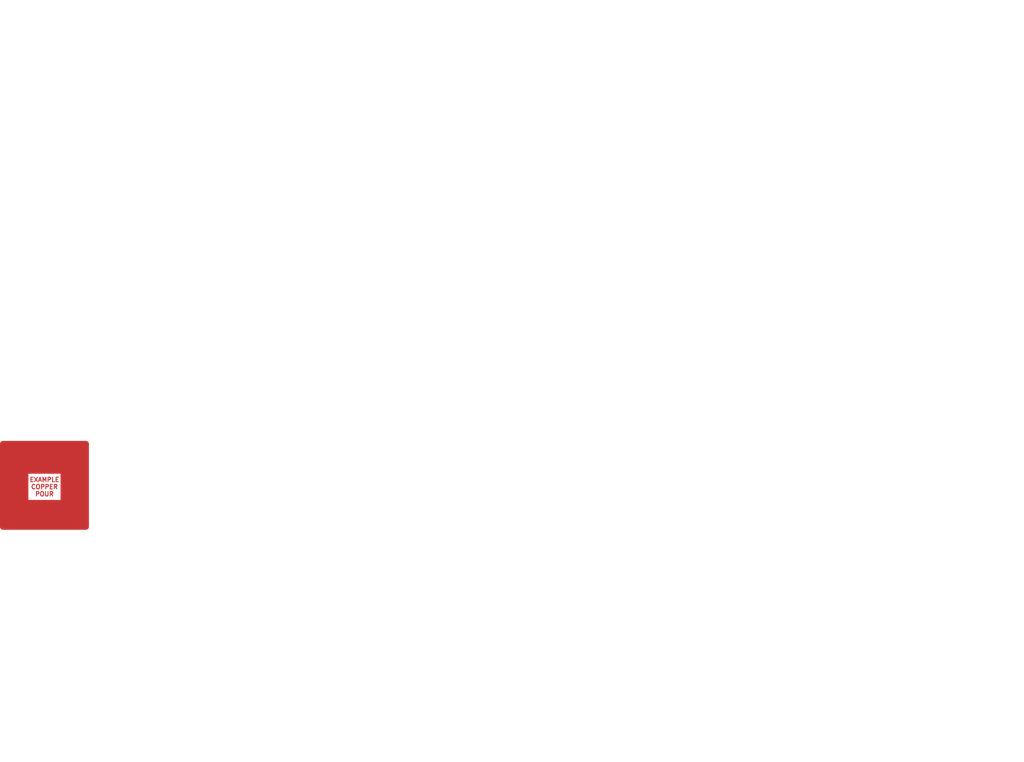
<source format=kicad_pcb>
(kicad_pcb (version 20221018) (generator pcbnew)

  (general
    (thickness 1.6)
  )

  (paper "A4")
  (layers
    (0 "F.Cu" signal)
    (31 "B.Cu" signal)
    (32 "B.Adhes" user "B.Adhesive")
    (33 "F.Adhes" user "F.Adhesive")
    (34 "B.Paste" user)
    (35 "F.Paste" user)
    (36 "B.SilkS" user "B.Silkscreen")
    (37 "F.SilkS" user "F.Silkscreen")
    (38 "B.Mask" user)
    (39 "F.Mask" user)
    (40 "Dwgs.User" user "User.Drawings")
    (41 "Cmts.User" user "User.Comments")
    (42 "Eco1.User" user "User.Eco1")
    (43 "Eco2.User" user "User.Eco2")
    (44 "Edge.Cuts" user)
    (45 "Margin" user)
    (46 "B.CrtYd" user "B.Courtyard")
    (47 "F.CrtYd" user "F.Courtyard")
    (48 "B.Fab" user)
    (49 "F.Fab" user)
  )

  (setup
    (stackup
      (layer "F.SilkS" (type "Top Silk Screen"))
      (layer "F.Paste" (type "Top Solder Paste"))
      (layer "F.Mask" (type "Top Solder Mask") (color "Green") (thickness 0.01))
      (layer "F.Cu" (type "copper") (thickness 0.035))
      (layer "dielectric 1" (type "core") (thickness 1.51) (material "FR4") (epsilon_r 4.5) (loss_tangent 0.02))
      (layer "B.Cu" (type "copper") (thickness 0.035))
      (layer "B.Mask" (type "Bottom Solder Mask") (color "Green") (thickness 0.01))
      (layer "B.Paste" (type "Bottom Solder Paste"))
      (layer "B.SilkS" (type "Bottom Silk Screen"))
      (copper_finish "None")
      (dielectric_constraints no)
    )
    (pad_to_mask_clearance 0.1)
    (solder_mask_min_width 0.25)
    (pcbplotparams
      (layerselection 0x00010fc_ffffffff)
      (plot_on_all_layers_selection 0x0000000_00000000)
      (disableapertmacros false)
      (usegerberextensions false)
      (usegerberattributes true)
      (usegerberadvancedattributes true)
      (creategerberjobfile true)
      (dashed_line_dash_ratio 12.000000)
      (dashed_line_gap_ratio 3.000000)
      (svgprecision 6)
      (plotframeref false)
      (viasonmask false)
      (mode 1)
      (useauxorigin false)
      (hpglpennumber 1)
      (hpglpenspeed 20)
      (hpglpendiameter 15.000000)
      (dxfpolygonmode true)
      (dxfimperialunits true)
      (dxfusepcbnewfont true)
      (psnegative false)
      (psa4output false)
      (plotreference true)
      (plotvalue true)
      (plotinvisibletext false)
      (sketchpadsonfab false)
      (subtractmaskfromsilk false)
      (outputformat 1)
      (mirror false)
      (drillshape 1)
      (scaleselection 1)
      (outputdirectory "")
    )
  )

  (net 0 "")

  (gr_line (start 345 157) (end 347 155)
    (stroke (width 0.5) (type solid)) (layer "Cmts.User") (tstamp 00259ea5-e2a1-4029-966e-2a791e72d23a))
  (gr_line (start 527 2) (end 529 0)
    (stroke (width 0.5) (type solid)) (layer "Cmts.User") (tstamp 0172899d-83e7-4247-868e-9551ce2b375e))
  (gr_line (start 450 109) (end 459 100)
    (stroke (width 0.5) (type solid)) (layer "Cmts.User") (tstamp 018fe9d3-a938-45cc-80ad-ab32fafa1ba8))
  (gr_line (start 417 60) (end 427 50)
    (stroke (width 0.5) (type solid)) (layer "Cmts.User") (tstamp 01e09d97-3bcd-49d1-91ff-3ba85f00d25f))
  (gr_line (start 300 40) (end 440 40)
    (stroke (width 1) (type solid)) (layer "Cmts.User") (tstamp 02542722-e6be-4804-8082-8f90239a2c94))
  (gr_line (start 359 165) (end 361 163)
    (stroke (width 0.5) (type solid)) (layer "Cmts.User") (tstamp 0279889b-c51c-42e1-aa63-5c6719ac1025))
  (gr_line (start 559 110) (end 561 108)
    (stroke (width 0.5) (type solid)) (layer "Cmts.User") (tstamp 02c208cb-491d-4650-ae22-888030b2789a))
  (gr_line (start 300 158) (end 303 155)
    (stroke (width 0.5) (type solid)) (layer "Cmts.User") (tstamp 03cff9a7-131a-4f9c-b59a-e3fcbde165a4))
  (gr_line (start 305 10) (end 315 0)
    (stroke (width 0.5) (type solid)) (layer "Cmts.User") (tstamp 053b7a75-62d9-47ae-b26c-d7af38096817))
  (gr_line (start 389 52) (end 391 50)
    (stroke (width 0.5) (type solid)) (layer "Cmts.User") (tstamp 054ab781-eb6c-4f23-9513-15731dd21c26))
  (gr_line (start 375 157) (end 377 155)
    (stroke (width 0.5) (type solid)) (layer "Cmts.User") (tstamp 05bec156-0866-48b5-be1c-50e4e9c521a8))
  (gr_line (start 450 5) (end 455 0)
    (stroke (width 0.5) (type solid)) (layer "Cmts.User") (tstamp 05d5b7d0-a0ab-4d70-9884-931bae645126))
  (gr_line (start 565 110) (end 575 100)
    (stroke (width 0.5) (type solid)) (layer "Cmts.User") (tstamp 05db020a-4feb-412f-b499-f052aa252902))
  (gr_line (start 503 110) (end 505 108)
    (stroke (width 0.5) (type solid)) (layer "Cmts.User") (tstamp 05f323bd-1419-46c2-be5c-5185f18b83de))
  (gr_line (start 450 66) (end 590 66)
    (stroke (width 1) (type solid)) (layer "Cmts.User") (tstamp 061af6b9-f98e-4177-b15d-2f7dc7128fa6))
  (gr_line (start 385 10) (end 387 8)
    (stroke (width 0.5) (type solid)) (layer "Cmts.User") (tstamp 06285218-fa0a-4f60-8343-387ef919e07a))
  (gr_line (start 371 2) (end 373 0)
    (stroke (width 0.5) (type solid)) (layer "Cmts.User") (tstamp 06f542df-4a0b-4f61-b610-dbbcd5c372ce))
  (gr_line (start 549 10) (end 559 0)
    (stroke (width 0.5) (type solid)) (layer "Cmts.User") (tstamp 076cb126-3556-49de-a57b-dca7d7673065))
  (gr_line (start 587 110) (end 590 107)
    (stroke (width 0.5) (type solid)) (layer "Cmts.User") (tstamp 07bdcc4f-2f2d-47d3-9303-3661566f4a31))
  (gr_line (start 545 10) (end 555 0)
    (stroke (width 0.5) (type solid)) (layer "Cmts.User") (tstamp 07bf3f7b-7b60-4152-a71e-c0d375b1d191))
  (gr_line (start 349 157) (end 351 155)
    (stroke (width 0.5) (type solid)) (layer "Cmts.User") (tstamp 0819ac99-1bbe-41b5-bc8a-25c59baedb3f))
  (gr_line (start 413 10) (end 423 0)
    (stroke (width 0.5) (type solid)) (layer "Cmts.User") (tstamp 08d9277a-cffe-4e97-b748-9dcc98be755f))
  (gr_line (start 450 9) (end 459 0)
    (stroke (width 0.5) (type solid)) (layer "Cmts.User") (tstamp 09d497ef-7ecb-4354-8638-f2bb50244c6e))
  (gr_line (start 329 165) (end 339 155)
    (stroke (width 0.5) (type solid)) (layer "Cmts.User") (tstamp 09e353a2-f386-40ea-bb0a-e4eb9949658f))
  (gr_line (start 435 60) (end 440 55)
    (stroke (width 0.5) (type solid)) (layer "Cmts.User") (tstamp 0a24e4a7-c4e7-470d-805a-a57decaff7e4))
  (gr_line (start 317 60) (end 327 50)
    (stroke (width 0.5) (type solid)) (layer "Cmts.User") (tstamp 0a7d4ed1-d318-43c7-9abd-6b52efc7e981))
  (gr_line (start 371 157) (end 373 155)
    (stroke (width 0.5) (type solid)) (layer "Cmts.User") (tstamp 0b1aaad7-d99f-4129-9d9d-b908a523c65c))
  (gr_line (start 555 10) (end 565 0)
    (stroke (width 0.5) (type solid)) (layer "Cmts.User") (tstamp 0be7c2bf-34f4-47ba-8ef4-65b3d8c14f0a))
  (gr_line (start 505 10) (end 507 8)
    (stroke (width 0.5) (type solid)) (layer "Cmts.User") (tstamp 0c244692-697d-4e13-9318-e72fae96e45f))
  (gr_line (start 341 60) (end 343 58)
    (stroke (width 0.5) (type solid)) (layer "Cmts.User") (tstamp 0cb06b25-9412-4071-a1d5-ad1d16f11142))
  (gr_line (start 463 110) (end 473 100)
    (stroke (width 0.5) (type solid)) (layer "Cmts.User") (tstamp 0cc9394f-5541-4e99-a681-c49717193e37))
  (gr_line (start 355 60) (end 357 58)
    (stroke (width 0.5) (type solid)) (layer "Cmts.User") (tstamp 0cdceba8-9a90-42b5-b822-507a62312487))
  (gr_line (start 319 10) (end 329 0)
    (stroke (width 0.5) (type solid)) (layer "Cmts.User") (tstamp 0cf2d32e-b68b-4a57-8258-63cedcb84580))
  (gr_line (start 531 102) (end 533 100)
    (stroke (width 0.5) (type solid)) (layer "Cmts.User") (tstamp 0d172dbd-a942-4ecb-8583-01362723986a))
  (gr_line (start 415 165) (end 425 155)
    (stroke (width 0.5) (type solid)) (layer "Cmts.User") (tstamp 0dc141b4-a074-4b2d-af8e-ead5425b8ff5))
  (gr_line (start 300 145) (end 440 145)
    (stroke (width 1) (type solid)) (layer "Cmts.User") (tstamp 0ed33b22-2256-4a46-a97a-43ea949a0c10))
  (gr_line (start 533 10) (end 535 8)
    (stroke (width 0.5) (type solid)) (layer "Cmts.User") (tstamp 0ee612d3-2330-455d-8e5f-7879b0436546))
  (gr_line (start 499 102) (end 501 100)
    (stroke (width 0.5) (type solid)) (layer "Cmts.User") (tstamp 10541827-c4ed-4b1b-836a-83d8c3fdfc50))
  (gr_line (start 547 102) (end 549 100)
    (stroke (width 0.5) (type solid)) (layer "Cmts.User") (tstamp 10915e49-deea-43af-b737-9f7697107f5d))
  (gr_line (start 561 10) (end 571 0)
    (stroke (width 0.5) (type solid)) (layer "Cmts.User") (tstamp 1099669c-50dc-4b37-96a1-b9f0d5b2c573))
  (gr_line (start 411 165) (end 421 155)
    (stroke (width 0.5) (type solid)) (layer "Cmts.User") (tstamp 10dc6adc-0669-4c49-8744-9fde08741098))
  (gr_line (start 511 102) (end 513 100)
    (stroke (width 0.5) (type solid)) (layer "Cmts.User") (tstamp 111feeae-627b-4565-88f7-5071788539e8))
  (gr_line (start 545 110) (end 547 108)
    (stroke (width 0.5) (type solid)) (layer "Cmts.User") (tstamp 11445c84-eb8c-42cf-a411-b694ecaf69fa))
  (gr_line (start 475 110) (end 478 107)
    (stroke (width 0.5) (type solid)) (layer "Cmts.User") (tstamp 117976ce-b6a8-4d39-ad40-d060c9343a39))
  (gr_line (start 483 10) (end 493 0)
    (stroke (width 0.5) (type solid)) (layer "Cmts.User") (tstamp 11a6e7d1-21e5-4a2c-b235-63030f386553))
  (gr_line (start 479 110) (end 481 108)
    (stroke (width 0.5) (type solid)) (layer "Cmts.User") (tstamp 11abc225-20a5-40b1-8ea6-a18346d3e9ab))
  (gr_line (start 333 60) (end 343 50)
    (stroke (width 0.5) (type solid)) (layer "Cmts.User") (tstamp 11e14c66-5405-4857-92e9-6c1e5373a3da))
  (gr_line (start 542 3) (end 545 0)
    (stroke (width 0.5) (type solid)) (layer "Cmts.User") (tstamp 11fbff60-0fd0-41ea-a1f1-eb865c72350f))
  (gr_line (start 403 165) (end 413 155)
    (stroke (width 0.5) (type solid)) (layer "Cmts.User") (tstamp 1260d4c9-a448-458b-a0bd-986563cc709e))
  (gr_line (start 519 102) (end 521 100)
    (stroke (width 0.5) (type solid)) (layer "Cmts.User") (tstamp 1319187f-b577-4410-82d4-57ca285b33ac))
  (gr_line (start 401 60) (end 411 50)
    (stroke (width 0.5) (type solid)) (layer "Cmts.User") (tstamp 1344f141-bfe1-4fbe-9e0b-923cb424d65c))
  (gr_line (start 433 165) (end 440 158)
    (stroke (width 0.5) (type solid)) (layer "Cmts.User") (tstamp 13fed813-192d-4276-bd62-58a1ff99c15b))
  (gr_line (start 353 60) (end 355 58)
    (stroke (width 0.5) (type solid)) (layer "Cmts.User") (tstamp 1627be80-1ee4-42c8-b6e9-6f46f7c5650e))
  (gr_line (start 401 157) (end 403 155)
    (stroke (width 0.5) (type solid)) (layer "Cmts.User") (tstamp 169d6a23-b75d-4baf-9f6e-21a1fcb5a3b5))
  (gr_line (start 450 107) (end 457 100)
    (stroke (width 0.5) (type solid)) (layer "Cmts.User") (tstamp 16e12d74-8b21-4c99-8b4e-aa9c214156ca))
  (gr_line (start 465.5 -10) (end 477.5 -10)
    (stroke (width 1) (type solid)) (layer "Cmts.User") (tstamp 17938af1-3137-4406-aa38-39cea557b338))
  (gr_line (start 387 157) (end 389 155)
    (stroke (width 0.5) (type solid)) (layer "Cmts.User") (tstamp 17c132c2-2566-4702-b252-40cbca3f3cbf))
  (gr_line (start 379 52) (end 381 50)
    (stroke (width 0.5) (type solid)) (layer "Cmts.User") (tstamp 18bab767-c883-416f-bbb5-6caf7f377466))
  (gr_line (start 537 110) (end 539 108)
    (stroke (width 0.5) (type solid)) (layer "Cmts.User") (tstamp 195bf2ec-d1eb-4248-9a82-a94fc6de7146))
  (gr_line (start 519 2) (end 521 0)
    (stroke (width 0.5) (type solid)) (layer "Cmts.User") (tstamp 196b321f-771e-493c-bff8-ea3db1f5e0fa))
  (gr_line (start 335 10) (end 345 0)
    (stroke (width 0.5) (type solid)) (layer "Cmts.User") (tstamp 19b0fbef-c496-4c5c-810d-d9434f2502a7))
  (gr_line (start 391 60) (end 393 58)
    (stroke (width 0.5) (type solid)) (layer "Cmts.User") (tstamp 19b2b7fd-11ef-48ff-b77d-8f5769b91915))
  (gr_line (start 359 2) (end 361 0)
    (stroke (width 0.5) (type solid)) (layer "Cmts.User") (tstamp 19cb6196-6790-4eb3-bdec-87da3faf0793))
  (gr_line (start 515 110) (end 517 108)
    (stroke (width 0.5) (type solid)) (layer "Cmts.User") (tstamp 1a301509-e59d-4f46-bbfd-fd7472f57d22))
  (gr_line (start 345 10) (end 349 6)
    (stroke (width 0.5) (type solid)) (layer "Cmts.User") (tstamp 1a5e3f33-9603-4103-be10-ea240877d353))
  (gr_line (start 463 10) (end 473 0)
    (stroke (width 0.5) (type solid)) (layer "Cmts.User") (tstamp 1a9a313c-20d6-470c-9e0c-504211ea7427))
  (gr_line (start 311 60) (end 321 50)
    (stroke (width 0.5) (type solid)) (layer "Cmts.User") (tstamp 1aa96686-8edb-4ac4-bc06-a377cd320363))
  (gr_line (start 573 110) (end 583 100)
    (stroke (width 0.5) (type solid)) (layer "Cmts.User") (tstamp 1b38d987-e9e3-4e4f-b732-fac2c54059d5))
  (gr_line (start 345 165) (end 347 163)
    (stroke (width 0.5) (type solid)) (layer "Cmts.User") (tstamp 1d20fa21-5d1f-47c8-a1f9-1b0d1527bf9c))
  (gr_line (start 523 110) (end 525 108)
    (stroke (width 0.5) (type solid)) (layer "Cmts.User") (tstamp 1ebc8362-612d-441f-81d6-fc26ae5bf145))
  (gr_line (start 531 110) (end 533 108)
    (stroke (width 0.5) (type solid)) (layer "Cmts.User") (tstamp 1f1cc05b-0a98-4ea8-8d55-58286b52f277))
  (gr_line (start 483 110) (end 485 108)
    (stroke (width 0.5) (type solid)) (layer "Cmts.User") (tstamp 1f34d373-ba9f-45f5-bbb7-76669c057059))
  (gr_line (start 383 60) (end 385 58)
    (stroke (width 0.5) (type solid)) (layer "Cmts.User") (tstamp 1f4f476e-ea8c-4661-8db9-a0b80ee3f3e4))
  (gr_line (start 477.5 -10) (end 471.5 -20)
    (stroke (width 1) (type solid)) (layer "Cmts.User") (tstamp 1f4fd659-2720-4945-97ae-95e0cb9bb034))
  (gr_line (start 300 162) (end 307 155)
    (stroke (width 0.5) (type solid)) (layer "Cmts.User") (tstamp 1f953f94-1ed6-4eca-8664-c488948e72dd))
  (gr_line (start 349 52) (end 351 50)
    (stroke (width 0.5) (type solid)) (layer "Cmts.User") (tstamp 2086a893-1d5a-4b6f-926e-b9afbae0a2ef))
  (gr_line (start 373 2) (end 375 0)
    (stroke (width 0.5) (type solid)) (layer "Cmts.User") (tstamp 217b9fb7-5487-4536-81f6-b1d1bacc7868))
  (gr_line (start 425 165) (end 435 155)
    (stroke (width 0.5) (type solid)) (layer "Cmts.User") (tstamp 21fad72a-61c4-4617-afe6-79b3f0955c7f))
  (gr_line (start 491 110) (end 493 108)
    (stroke (width 0.5) (type solid)) (layer "Cmts.User") (tstamp 227e82d2-c31f-4bba-ab39-b3353529e207))
  (gr_line (start 365 52) (end 367 50)
    (stroke (width 0.5) (type solid)) (layer "Cmts.User") (tstamp 22e8fe11-89fa-4778-b866-dbb0fec3d156))
  (gr_line (start 303 60) (end 313 50)
    (stroke (width 0.5) (type solid)) (layer "Cmts.User") (tstamp 232a97f5-73f8-4872-bb9d-ba6b2f9b869d))
  (gr_line (start 557 10) (end 567 0)
    (stroke (width 0.5) (type solid)) (layer "Cmts.User") (tstamp 237f50cd-7b7f-49ee-a8d4-45dd9386828f))
  (gr_line (start 397 157) (end 399 155)
    (stroke (width 0.5) (type solid)) (layer "Cmts.User") (tstamp 23a3f28f-6b00-4517-a4d2-25a80a9e8960))
  (gr_line (start 365 2) (end 367 0)
    (stroke (width 0.5) (type solid)) (layer "Cmts.User") (tstamp 252481c2-cdcf-4518-bea5-3a535e1443b4))
  (gr_line (start 541 102) (end 543 100)
    (stroke (width 0.5) (type solid)) (layer "Cmts.User") (tstamp 252fc389-6525-49b9-a5e7-efabc6e03ad6))
  (gr_line (start 429 165) (end 439 155)
    (stroke (width 0.5) (type solid)) (layer "Cmts.User") (tstamp 254a3070-8de8-4067-b6b2-eb4a4470f345))
  (gr_line (start 391 10) (end 401 0)
    (stroke (width 0.5) (type solid)) (layer "Cmts.User") (tstamp 2564fbf3-6904-46fd-8815-2aaf0768194f))
  (gr_line (start 450 105) (end 455 100)
    (stroke (width 0.5) (type solid)) (layer "Cmts.User") (tstamp 264ff5a6-3fa2-4dd6-86e7-c2106d7efa6f))
  (gr_line (start 333 165) (end 339 159)
    (stroke (width 0.5) (type solid)) (layer "Cmts.User") (tstamp 26825e72-7246-411e-b243-ff2bbe499bab))
  (gr_line (start 413 165) (end 423 155)
    (stroke (width 0.5) (type solid)) (layer "Cmts.User") (tstamp 26b35bc2-ec00-4625-9f7b-619a01656c40))
  (gr_line (start 337 165) (end 339 163)
    (stroke (width 0.5) (type solid)) (layer "Cmts.User") (tstamp 27450dfb-8ac6-4e55-b992-02eab250b2a1))
  (gr_line (start 551 110) (end 553 108)
    (stroke (width 0.5) (type solid)) (layer "Cmts.User") (tstamp 27e79672-a2ed-463d-baf4-814d3b85d062))
  (gr_line (start 369 52) (end 371 50)
    (stroke (width 0.5) (type solid)) (layer "Cmts.User") (tstamp 293e73c0-e39f-4221-87fe-0050e7650900))
  (gr_line (start 387 10) (end 389 8)
    (stroke (width 0.5) (type solid)) (layer "Cmts.User") (tstamp 2a6af3a2-6886-48eb-8a6a-c1b502e3fac6))
  (gr_line (start 300 155) (end 440 155)
    (stroke (width 1) (type solid)) (layer "Cmts.User") (tstamp 2a896c3a-00c5-4f86-bdd2-02e718be08ee))
  (gr_line (start 300 210) (end 300 155)
    (stroke (width 1) (type solid)) (layer "Cmts.User") (tstamp 2a8c407a-299c-47a6-a922-924b361b2ba8))
  (gr_line (start 359 60) (end 361 58)
    (stroke (width 0.5) (type solid)) (layer "Cmts.User") (tstamp 2af62602-37ef-4997-a1f8-a92c1fd57c32))
  (gr_line (start 481 10) (end 491 0)
    (stroke (width 0.5) (type solid)) (layer "Cmts.User") (tstamp 2ceee88e-4387-42e3-9103-67ce485861c5))
  (gr_line (start 337 10) (end 347 0)
    (stroke (width 0.5) (type solid)) (layer "Cmts.User") (tstamp 2e3277e6-d03a-4e5d-be1d-86f642ccad15))
  (gr_line (start 495 10) (end 498 7)
    (stroke (width 0.5) (type solid)) (layer "Cmts.User") (tstamp 2e6733e6-ad02-43f0-89af-41e931d2cf40))
  (gr_line (start 487 10) (end 497 0)
    (stroke (width 0.5) (type solid)) (layer "Cmts.User") (tstamp 2ed61156-3405-4468-a244-2e1d7237c425))
  (gr_line (start 353 10) (end 355 8)
    (stroke (width 0.5) (type solid)) (layer "Cmts.User") (tstamp 2f12b5f8-cb2f-4d23-a452-9472b0194186))
  (gr_line (start 481 110) (end 483 108)
    (stroke (width 0.5) (type solid)) (layer "Cmts.User") (tstamp 2f39c2a6-0eff-4398-bd45-6cb8f83dcbf8))
  (gr_line (start 375 60) (end 377 58)
    (stroke (width 0.5) (type solid)) (layer "Cmts.User") (tstamp 30338c18-92b5-4eec-bd86-332463348453))
  (gr_line (start 433 10) (end 440 3)
    (stroke (width 0.5) (type solid)) (layer "Cmts.User") (tstamp 30789c58-649f-4fe8-a909-e9036ce74bee))
  (gr_line (start 585 110) (end 590 105)
    (stroke (width 0.5) (type solid)) (layer "Cmts.User") (tstamp 30aee493-c06b-4ef2-a4da-25b2b921dbff))
  (gr_line (start 315 60) (end 325 50)
    (stroke (width 0.5) (type solid)) (layer "Cmts.User") (tstamp 30be39a0-44e7-4c50-b848-37832187efb1))
  (gr_line (start 517 10) (end 519 8)
    (stroke (width 0.5) (type solid)) (layer "Cmts.User") (tstamp 316e8465-6892-49d4-ae43-28d2b60d1080))
  (gr_line (start 590 66) (end 590 0)
    (stroke (width 1) (type solid)) (layer "Cmts.User") (tstamp 32b741cb-c0aa-4cfb-ad9f-4ad31f0e020d))
  (gr_line (start 315 165) (end 325 155)
    (stroke (width 0.5) (type solid)) (layer "Cmts.User") (tstamp 32c9d2c3-3ec5-450b-92bc-3a0d157a0db4))
  (gr_line (start 383 10) (end 385 8)
    (stroke (width 0.5) (type solid)) (layer "Cmts.User") (tstamp 32efc620-5e3b-432f-81cb-f169b8b584e6))
  (gr_line (start 535 102) (end 537 100)
    (stroke (width 0.5) (type solid)) (layer "Cmts.User") (tstamp 3305282a-b5e8-4e60-a1b5-ceb535c361ae))
  (gr_line (start 379 2) (end 381 0)
    (stroke (width 0.5) (type solid)) (layer "Cmts.User") (tstamp 33306c1b-299c-4de4-a00b-3d4d57215162))
  (gr_line (start 365 60) (end 367 58)
    (stroke (width 0.5) (type solid)) (layer "Cmts.User") (tstamp 33418118-2931-45bc-a534-d31cbf0c1f03))
  (gr_line (start 509 10) (end 511 8)
    (stroke (width 0.5) (type solid)) (layer "Cmts.User") (tstamp 335d4e0f-fbf5-466f-9361-02fe50a56930))
  (gr_line (start 397 52) (end 399 50)
    (stroke (width 0.5) (type solid)) (layer "Cmts.User") (tstamp 339ffe9c-4cae-4e04-b1b1-a5418e1aac54))
  (gr_line (start 300 55) (end 305 50)
    (stroke (width 0.5) (type solid)) (layer "Cmts.User") (tstamp 34f13e9f-324c-4410-a0d8-202f7838ff3d))
  (gr_line (start 527 110) (end 529 108)
    (stroke (width 0.5) (type solid)) (layer "Cmts.User") (tstamp 358c9701-4b1a-4955-ad11-ba6e0f699113))
  (gr_line (start 533 110) (end 535 108)
    (stroke (width 0.5) (type solid)) (layer "Cmts.User") (tstamp 35e7f730-7c0d-4135-95c4-a6c7dbb97ffa))
  (gr_line (start 300 9) (end 309 0)
    (stroke (width 0.5) (type solid)) (layer "Cmts.User") (tstamp 36997058-b931-483d-b60d-b0870a60f8b5))
  (gr_line (start 349 60) (end 351 58)
    (stroke (width 0.5) (type solid)) (layer "Cmts.User") (tstamp 37648238-bcbe-4b33-ae58-beafba7a5afe))
  (gr_line (start 300 3) (end 303 0)
    (stroke (width 0.5) (type solid)) (layer "Cmts.User") (tstamp 379421b1-73f6-4e01-b754-b4e5d5b34fa8))
  (gr_line (start 389 10) (end 399 0)
    (stroke (width 0.5) (type solid)) (layer "Cmts.User") (tstamp 38892f3d-72fb-4fb4-a3d1-f67e87372385))
  (gr_line (start 453 110) (end 463 100)
    (stroke (width 0.5) (type solid)) (layer "Cmts.User") (tstamp 38c696f7-ec85-45d7-b541-12fc95cf27e4))
  (gr_line (start 357 10) (end 359 8)
    (stroke (width 0.5) (type solid)) (layer "Cmts.User") (tstamp 390c4667-9d13-4347-9195-9af58e96cd40))
  (gr_line (start 523 2) (end 525 0)
    (stroke (width 0.5) (type solid)) (layer "Cmts.User") (tstamp 39409175-0b70-4af4-90fc-11327f968c4b))
  (gr_line (start 300 10) (end 440 10)
    (stroke (width 1) (type solid)) (layer "Cmts.User") (tstamp 39459d12-3da7-4234-9aad-9f0c7896505d))
  (gr_line (start 571 110) (end 581 100)
    (stroke (width 0.5) (type solid)) (layer "Cmts.User") (tstamp 398443fa-4a1e-4023-9e23-0832ec205227))
  (gr_line (start 569 110) (end 579 100)
    (stroke (width 0.5) (type solid)) (layer "Cmts.User") (tstamp 39fd000e-01cf-492d-8218-38dfb43b75ea))
  (gr_line (start 357 165) (end 359 163)
    (stroke (width 0.5) (type solid)) (layer "Cmts.User") (tstamp 3b3537f4-a0e0-4d59-9dc0-21f1cd1b4918))
  (gr_line (start 519 110) (end 521 108)
    (stroke (width 0.5) (type solid)) (layer "Cmts.User") (tstamp 3b371a5a-251f-4475-be99-77c211259dc5))
  (gr_line (start 321 10) (end 331 0)
    (stroke (width 0.5) (type solid)) (layer "Cmts.User") (tstamp 3b375a1d-72a9-41d1-a7f5-2701c0e358dd))
  (gr_line (start 581 110) (end 590 101)
    (stroke (width 0.5) (type solid)) (layer "Cmts.User") (tstamp 3b4b8a50-bf54-4841-9243-00a814517f15))
  (gr_line (start 575 10) (end 585 0)
    (stroke (width 0.5) (type solid)) (layer "Cmts.User") (tstamp 3beda8a5-47fb-4d0b-a6ac-8406dfaff88c))
  (gr_line (start 349 165) (end 351 163)
    (stroke (width 0.5) (type solid)) (layer "Cmts.User") (tstamp 3c21109a-1b71-4348-9ce8-c3b23a29e17a))
  (gr_line (start 503 10) (end 505 8)
    (stroke (width 0.5) (type solid)) (layer "Cmts.User") (tstamp 3c2ae7cc-9167-4a39-b068-9a18e49ab9ea))
  (gr_line (start 300 160) (end 305 155)
    (stroke (width 0.5) (type solid)) (layer "Cmts.User") (tstamp 3c2ea4f6-ac16-44b3-8729-779a2d77bd18))
  (gr_line (start 415 60) (end 425 50)
    (stroke (width 0.5) (type solid)) (layer "Cmts.User") (tstamp 3c526292-903f-4917-979c-dca9e98ca07f))
  (gr_line (start 543 102) (end 545 100)
    (stroke (width 0.5) (type solid)) (layer "Cmts.User") (tstamp 3ccd5f6d-033e-441e-b2b0-3e83343fa4d2))
  (gr_line (start 323 165) (end 333 155)
    (stroke (width 0.5) (type solid)) (layer "Cmts.User") (tstamp 3cd9b05c-54c6-467a-8c7c-dfaa95d6464b))
  (gr_line (start 409 165) (end 419 155)
    (stroke (width 0.5) (type solid)) (layer "Cmts.User") (tstamp 3d591359-0eaf-4d89-9474-a8ce0bbaf27f))
  (gr_line (start 347 165) (end 349 163)
    (stroke (width 0.5) (type solid)) (layer "Cmts.User") (tstamp 3d6efdc9-6a8f-4ce0-a830-4605f8e7e280))
  (gr_line (start 300 57) (end 307 50)
    (stroke (width 0.5) (type solid)) (layer "Cmts.User") (tstamp 3d9cc266-33ea-4077-9b22-521a9e0ca955))
  (gr_line (start 363 2) (end 365 0)
    (stroke (width 0.5) (type solid)) (layer "Cmts.User") (tstamp 3f44f377-68fe-47dd-8821-655cd5c8dd38))
  (gr_line (start 551 102) (end 553 100)
    (stroke (width 0.5) (type solid)) (layer "Cmts.User") (tstamp 3f6debce-8715-446d-b596-439bef7f06cb))
  (gr_line (start 450 210) (end 590 210)
    (stroke (width 1) (type solid)) (layer "Cmts.User") (tstamp 408ce18c-d378-4a87-9164-8adeafb985e9))
  (gr_line (start 363 165) (end 365 163)
    (stroke (width 0.5) (type solid)) (layer "Cmts.User") (tstamp 415c6edd-0ece-4cbf-a180-0a645c5a2387))
  (gr_line (start 507 2) (end 509 0)
    (stroke (width 0.5) (type solid)) (layer "Cmts.User") (tstamp 41629a8b-7fb6-4410-a62a-e0a47a9d6209))
  (gr_line (start 450 103) (end 453 100)
    (stroke (width 0.5) (type solid)) (layer "Cmts.User") (tstamp 416c8800-c4f9-4338-a04d-571c5aa6d118))
  (gr_line (start 359 10) (end 361 8)
    (stroke (width 0.5) (type solid)) (layer "Cmts.User") (tstamp 4182b4b9-d27f-4d2e-a11e-2a7c79f5f79a))
  (gr_line (start 513 2) (end 515 0)
    (stroke (width 0.5) (type solid)) (layer "Cmts.User") (tstamp 41ceeabc-275f-46b3-82b6-c37af78498d8))
  (gr_line (start 419 60) (end 429 50)
    (stroke (width 0.5) (type solid)) (layer "Cmts.User") (tstamp 423097a1-93cd-4d1e-92c0-bd2ba05f7752))
  (gr_line (start 397 60) (end 407 50)
    (stroke (width 0.5) (type solid)) (layer "Cmts.User") (tstamp 425fab39-3e21-4f4b-aa1e-97abcc708820))
  (gr_line (start 587 10) (end 590 7)
    (stroke (width 0.5) (type solid)) (layer "Cmts.User") (tstamp 42def250-1654-4860-aef4-dd4a7b3c5994))
  (gr_line (start 499 10) (end 501 8)
    (stroke (width 0.5) (type solid)) (layer "Cmts.User") (tstamp 43de2d91-6e83-45db-9789-bd26b73c956b))
  (gr_line (start 567 110) (end 577 100)
    (stroke (width 0.5) (type solid)) (layer "Cmts.User") (tstamp 4409f8bf-e63f-4c4c-8ce2-dda62b10ada2))
  (gr_line (start 313 60) (end 323 50)
    (stroke (width 0.5) (type solid)) (layer "Cmts.User") (tstamp 4471c222-3fef-4cbd-bccf-701723fff891))
  (gr_line (start 357 52) (end 359 50)
    (stroke (width 0.5) (type solid)) (layer "Cmts.User") (tstamp 44b7c458-001e-4957-92a0-4b42c43ef75d))
  (gr_line (start 543 110) (end 545 108)
    (stroke (width 0.5) (type solid)) (layer "Cmts.User") (tstamp 44edf412-6553-40fb-99bd-520093adc350))
  (gr_line (start 395 165) (end 397 163)
    (stroke (width 0.5) (type solid)) (layer "Cmts.User") (tstamp 457f5da6-5f4f-4f6e-a249-1b6d676cb177))
  (gr_line (start 517 2) (end 519 0)
    (stroke (width 0.5) (type solid)) (layer "Cmts.User") (tstamp 486a40bd-a349-4197-841c-b97924cebf26))
  (gr_line (start 389 60) (end 391 58)
    (stroke (width 0.5) (type solid)) (layer "Cmts.User") (tstamp 48a401b7-c9a6-46e5-89dc-b1a89847c537))
  (gr_line (start 361 157) (end 363 155)
    (stroke (width 0.5) (type solid)) (layer "Cmts.User") (tstamp 48ba193c-0dc9-43ba-b721-29700cd1f0ac))
  (gr_line (start 513 110) (end 515 108)
    (stroke (width 0.5) (type solid)) (layer "Cmts.User") (tstamp 48eefedd-6dce-4274-be63-f12d42c909b3))
  (gr_line (start 537 10) (end 539 8)
    (stroke (width 0.5) (type solid)) (layer "Cmts.User") (tstamp 49d5951e-fe69-4088-a2a5-cfa60399c0e9))
  (gr_line (start 331 60) (end 341 50)
    (stroke (width 0.5) (type solid)) (layer "Cmts.User") (tstamp 49ef2edb-570b-42e2-b981-32d2416f2c26))
  (gr_line (start 327 165) (end 337 155)
    (stroke (width 0.5) (type solid)) (layer "Cmts.User") (tstamp 4b70eade-2f8f-4976-b061-011cdb43de8d))
  (gr_line (start 543 10) (end 553 0)
    (stroke (width 0.5) (type solid)) (layer "Cmts.User") (tstamp 4bb3e2f5-3283-4dff-8816-c9c174ac7997))
  (gr_line (start 391 157) (end 393 155)
    (stroke (width 0.5) (type solid)) (layer "Cmts.User") (tstamp 4c5c9cf6-edad-4d2c-9ade-a702c0995dc5))
  (gr_line (start 450 66) (end 450 0)
    (stroke (width 1) (type solid)) (layer "Cmts.User") (tstamp 4c904479-ecc5-4c97-bbbf-82a649805711))
  (gr_line (start 529 2) (end 531 0)
    (stroke (width 0.5) (type solid)) (layer "Cmts.User") (tstamp 4d1ef949-6e57-4512-91e2-1122c5021375))
  (gr_line (start 387 165) (end 389 163)
    (stroke (width 0.5) (type solid)) (layer "Cmts.User") (tstamp 4d63d98c-cdf6-44fa-98a4-0c9a26cdd25d))
  (gr_line (start 521 10) (end 523 8)
    (stroke (width 0.5) (type solid)) (layer "Cmts.User") (tstamp 4e3a8e9e-37f9-4d04-b647-5ceea4037c0f))
  (gr_line (start 503 102) (end 505 100)
    (stroke (width 0.5) (type solid)) (layer "Cmts.User") (tstamp 4e442f1b-ae61-46bc-86bf-f960ef2a22a0))
  (gr_line (start 367 52) (end 369 50)
    (stroke (width 0.5) (type solid)) (layer "Cmts.User") (tstamp 4e7d1f5a-9880-4623-990a-e39c10f49561))
  (gr_line (start 381 165) (end 383 163)
    (stroke (width 0.5) (type solid)) (layer "Cmts.User") (tstamp 4fb5d9c1-9da3-4ffe-96ee-77ab507a6d15))
  (gr_line (start 539 102) (end 541 100)
    (stroke (width 0.5) (type solid)) (layer "Cmts.User") (tstamp 4fce1bbc-608e-43da-a86d-965fdd917d75))
  (gr_line (start 300 210) (end 440 210)
    (stroke (width 1) (type solid)) (layer "Cmts.User") (tstamp 50429c10-80f5-439e-8284-387938666d8d))
  (gr_line (start 577 110) (end 587 100)
    (stroke (width 0.5) (type solid)) (layer "Cmts.User") (tstamp 505cd6ff-4a82-4feb-9445-4f5ce834af36))
  (gr_line (start 473 10) (end 483 0)
    (stroke (width 0.5) (type solid)) (layer "Cmts.User") (tstamp 50ede1d5-d26f-4bb2-b7ab-eeabcf11f20f))
  (gr_line (start 495 110) (end 497 108)
    (stroke (width 0.5) (type solid)) (layer "Cmts.User") (tstamp 513aa08d-ac47-4473-b07c-b2f05ced9274))
  (gr_line (start 559 102) (end 561 100)
    (stroke (width 0.5) (type solid)) (layer "Cmts.User") (tstamp 520a5533-bc4b-4994-98f2-7527d4e77b73))
  (gr_line (start 379 10) (end 381 8)
    (stroke (width 0.5) (type solid)) (layer "Cmts.User") (tstamp 524755e1-f662-43d2-a7e4-e030b27919c5))
  (gr_line (start 531 2) (end 533 0)
    (stroke (width 0.5) (type solid)) (layer "Cmts.User") (tstamp 5291d503-3f85-4c1f-b4dd-d4af1a3bc0fd))
  (gr_line (start 419 165) (end 429 155)
    (stroke (width 0.5) (type solid)) (layer "Cmts.User") (tstamp 53f55757-dcea-4de2-94e0-0abd7461da22))
  (gr_line (start 523 10) (end 525 8)
    (stroke (width 0.5) (type solid)) (layer "Cmts.User") (tstamp 53f6b531-1178-4289-af7c-0f892a88cb9c))
  (gr_line (start 387 52) (end 389 50)
    (stroke (width 0.5) (type solid)) (layer "Cmts.User") (tstamp 54414100-b069-423a-a0f1-b151b005371a))
  (gr_line (start 553 102) (end 555 100)
    (stroke (width 0.5) (type solid)) (layer "Cmts.User") (tstamp 5530e245-3fac-498a-b385-d4815ce99f76))
  (gr_line (start 300 165) (end 440 165)
    (stroke (width 1) (type solid)) (layer "Cmts.User") (tstamp 5552166e-b671-47df-bdf8-1f32b2c2d5cb))
  (gr_line (start 351 165) (end 353 163)
    (stroke (width 0.5) (type solid)) (layer "Cmts.User") (tstamp 56b4b85f-0b30-4dbe-9713-7f9c47f975c1))
  (gr_line (start 385 52) (end 387 50)
    (stroke (width 0.5) (type solid)) (layer "Cmts.User") (tstamp 5763c7a4-be49-474c-bc0c-12ae2e9ca87a))
  (gr_line (start 427 60) (end 437 50)
    (stroke (width 0.5) (type solid)) (layer "Cmts.User") (tstamp 57b59031-f69e-49b7-81a7-f04aae238b2e))
  (gr_line (start 385 157) (end 387 155)
    (stroke (width 0.5) (type solid)) (layer "Cmts.User") (tstamp 57d9e979-9d20-4c2d-8d87-2d826bd6ccf9))
  (gr_line (start 381 10) (end 383 8)
    (stroke (width 0.5) (type solid)) (layer "Cmts.User") (tstamp 594417ef-74a6-4161-9496-0d46d06177ed))
  (gr_line (start 371 60) (end 373 58)
    (stroke (width 0.5) (type solid)) (layer "Cmts.User") (tstamp 59a089c5-be84-4ae6-960c-72d3496850a7))
  (gr_line (start 385 2) (end 387 0)
    (stroke (width 0.5) (type solid)) (layer "Cmts.User") (tstamp 5af68083-5df8-4345-a464-e101b98db1d3))
  (gr_line (start 405 60) (end 415 50)
    (stroke (width 0.5) (type solid)) (layer "Cmts.User") (tstamp 5ca994c3-7ccc-4fe6-9743-9c9ee0cb2538))
  (gr_line (start 377 10) (end 379 8)
    (stroke (width 0.5) (type solid)) (layer "Cmts.User") (tstamp 5cebdde3-7fbd-4b9b-af3f-a5546f034138))
  (gr_line (start 319 60) (end 329 50)
    (stroke (width 0.5) (type solid)) (layer "Cmts.User") (tstamp 5d31c6ad-7dbf-4ea8-8bc6-43a9fa60dea9))
  (gr_line (start 545 102) (end 547 100)
    (stroke (width 0.5) (type solid)) (layer "Cmts.User") (tstamp 5e06a357-c264-4be2-b2fb-9645ea478ef1))
  (gr_line (start 407 60) (end 417 50)
    (stroke (width 0.5) (type solid)) (layer "Cmts.User") (tstamp 5eaa15bf-f43b-4727-8fb8-1dbe45831452))
  (gr_line (start 397 165) (end 399 163)
    (stroke (width 0.5) (type solid)) (layer "Cmts.User") (tstamp 5fcaad0c-9fb6-4b1a-b81d-637861f14e0e))
  (gr_line (start 565 10) (end 575 0)
    (stroke (width 0.5) (type solid)) (layer "Cmts.User") (tstamp 601e8f8c-113e-4a02-b3ea-9bad1ecdd8da))
  (gr_line (start 395 52) (end 397 50)
    (stroke (width 0.5) (type solid)) (layer "Cmts.User") (tstamp 6087da9a-4bae-41a4-ae50-a57df4ab13b7))
  (gr_line (start 411 60) (end 421 50)
    (stroke (width 0.5) (type solid)) (layer "Cmts.User") (tstamp 6149342a-ae86-42c0-81ea-8aed0f413fc7))
  (gr_line (start 495 102) (end 497 100)
    (stroke (width 0.5) (type solid)) (layer "Cmts.User") (tstamp 616d8126-2b01-4aa7-8abf-8cbc9107bb68))
  (gr_line (start 471.5 -20) (end 465.5 -10)
    (stroke (width 1) (type solid)) (layer "Cmts.User") (tstamp 616dd090-b274-4cad-bbe2-024dce00737f))
  (gr_line (start 371 52) (end 373 50)
    (stroke (width 0.5) (type solid)) (layer "Cmts.User") (tstamp 61dd9bc2-0ac4-4af8-bac5-5412f6575350))
  (gr_line (start 581 10) (end 590 1)
    (stroke (width 0.5) (type solid)) (layer "Cmts.User") (tstamp 63301bff-8291-4664-8e5f-9c2b3f222361))
  (gr_line (start 450 10) (end 590 10)
    (stroke (width 1) (type solid)) (layer "Cmts.User") (tstamp 639b1cab-64fb-4413-8451-c7b9f8b55795))
  (gr_line (start 361 60) (end 363 58)
    (stroke (width 0.5) (type solid)) (layer "Cmts.User") (tstamp 63d4d288-123d-4fc7-901e-4525ec909563))
  (gr_line (start 381 157) (end 383 155)
    (stroke (width 0.5) (type solid)) (layer "Cmts.User") (tstamp 64e5fe0d-e179-4e72-a35a-e72e864a36e0))
  (gr_line (start 300 40) (end 300 0)
    (stroke (width 1) (type solid)) (layer "Cmts.User") (tstamp 64f0dac1-f182-4f90-af3a-6539ad00846d))
  (gr_line (start 493 102) (end 495 100)
    (stroke (width 0.5) (type solid)) (layer "Cmts.User") (tstamp 6515ed20-1dcc-4725-a7d7-7747fcb0b16b))
  (gr_line (start 371 10) (end 373 8)
    (stroke (width 0.5) (type solid)) (layer "Cmts.User") (tstamp 655a3662-3944-41db-8170-eaffb4cfc415))
  (gr_line (start 399 157) (end 401 155)
    (stroke (width 0.5) (type solid)) (layer "Cmts.User") (tstamp 6563f9f1-cfc1-42fd-98df-682551c163d1))
  (gr_line (start 515 10) (end 517 8)
    (stroke (width 0.5) (type solid)) (layer "Cmts.User") (tstamp 6588d7cb-59f0-43e5-be88-fc39c3ea790e))
  (gr_line (start 450 110) (end 590 110)
    (stroke (width 1) (type solid)) (layer "Cmts.User") (tstamp 6596e933-21a8-4ee1-a462-75ff66f8937a))
  (gr_line (start 369 165) (end 371 163)
    (stroke (width 0.5) (type solid)) (layer "Cmts.User") (tstamp 659dcd70-73f8-4e06-ad72-760dab6096ff))
  (gr_line (start 501 10) (end 503 8)
    (stroke (width 0.5) (type solid)) (layer "Cmts.User") (tstamp 65d68168-fd31-4f32-964a-aa155e3b22e9))
  (gr_line (start 365 165) (end 367 163)
    (stroke (width 0.5) (type solid)) (layer "Cmts.User") (tstamp 6632b5f3-2b93-4b7d-b938-483e7d6a7e0f))
  (gr_line (start 391 52) (end 393 50)
    (stroke (width 0.5) (type solid)) (layer "Cmts.User") (tstamp 668790dd-aa97-4c6b-827e-52a027e5b79f))
  (gr_line (start 477 110) (end 479 108)
    (stroke (width 0.5) (type solid)) (layer "Cmts.User") (tstamp 6835860a-9580-488f-942e-2d23a526b8a5))
  (gr_line (start 562 107) (end 569 100)
    (stroke (width 0.5) (type solid)) (layer "Cmts.User") (tstamp 68bf4a77-5b28-4945-87f3-19ce0d697675))
  (gr_line (start 505 2) (end 507 0)
    (stroke (width 0.5) (type solid)) (layer "Cmts.User") (tstamp 693c7f5b-786b-448c-b4fd-a6ebb28feffc))
  (gr_line (start 300 5) (end 305 0)
    (stroke (width 0.5) (type solid)) (layer "Cmts.User") (tstamp 69597866-896d-4852-9787-63ec973bdafa))
  (gr_line (start 341 165) (end 343 163)
    (stroke (width 0.5) (type solid)) (layer "Cmts.User") (tstamp 69f25fbf-5d60-4720-b740-7dd0bf6fc1a5))
  (gr_line (start 301 60) (end 311 50)
    (stroke (width 0.5) (type solid)) (layer "Cmts.User") (tstamp 69f31597-3657-497b-b003-4d2a0a2d2a1a))
  (gr_line (start 507 110) (end 509 108)
    (stroke (width 0.5) (type solid)) (layer "Cmts.User") (tstamp 6a7137ce-ade2-43ea-9f10-d38e935d0f9e))
  (gr_line (start 425 60) (end 435 50)
    (stroke (width 0.5) (type solid)) (layer "Cmts.User") (tstamp 6afc0f12-7835-4b25-956f-c6232f1fc2af))
  (gr_line (start 337 60) (end 342 55)
    (stroke (width 0.5) (type solid)) (layer "Cmts.User") (tstamp 6b09dbde-8ad0-4414-a5db-ca066dd9041e))
  (gr_line (start 307 60) (end 317 50)
    (stroke (width 0.5) (type solid)) (layer "Cmts.User") (tstamp 6b2668e5-b518-4a8f-85ab-b3273dd0a5a3))
  (gr_line (start 383 2) (end 385 0)
    (stroke (width 0.5) (type solid)) (layer "Cmts.User") (tstamp 6c9710eb-df1b-4fb9-8482-1d5c06fb0c89))
  (gr_line (start 300 164) (end 309 155)
    (stroke (width 0.5) (type solid)) (layer "Cmts.User") (tstamp 6d4dc8ea-881f-44f6-8fe2-a1e198a0e41f))
  (gr_line (start 300 145) (end 300 50)
    (stroke (width 1) (type solid)) (layer "Cmts.User") (tstamp 6dad25e8-bf2d-4c5e-9dd0-ceb1218bcee6))
  (gr_line (start 427 165) (end 437 155)
    (stroke (width 0.5) (type solid)) (layer "Cmts.User") (tstamp 6e0f41bc-25d2-476d-b006-cb7175902797))
  (gr_line (start 347 60) (end 349 58)
    (stroke (width 0.5) (type solid)) (layer "Cmts.User") (tstamp 6f5ef65a-08a7-41dd-be64-23a83cd9a621))
  (gr_line (start 429 10) (end 439 0)
    (stroke (width 0.5) (type solid)) (layer "Cmts.User") (tstamp 6f657e9b-264b-4e33-a69b-ba35c0e243f3))
  (gr_line (start 557 102) (end 559 100)
    (stroke (width 0.5) (type solid)) (layer "Cmts.User") (tstamp 6ffd36ed-b683-44ce-969a-d0ddd21e17b1))
  (gr_line (start 450 0) (end 590 0)
    (stroke (width 1) (type solid)) (layer "Cmts.User") (tstamp 7066a59b-cb3f-474a-a308-8d8f1f8ac642))
  (gr_line (start 363 60) (end 365 58)
    (stroke (width 0.5) (type solid)) (layer "Cmts.User") (tstamp 70ed30f8-c774-47d6-a30b-fe305b0af7ef))
  (gr_line (start 329 10) (end 339 0)
    (stroke (width 0.5) (type solid)) (layer "Cmts.User") (tstamp 717ce544-273a-43c1-a2c2-677214a55d98))
  (gr_line (start 413 60) (end 423 50)
    (stroke (width 0.5) (type solid)) (layer "Cmts.User") (tstamp 7182d1e3-2da8-4578-9c5e-8b2290b699d0))
  (gr_line (start 450 100) (end 590 100)
    (stroke (width 1) (type solid)) (layer "Cmts.User") (tstamp 720b0337-2284-4d29-a90b-1a62f32a527f))
  (gr_line (start 379 165) (end 381 163)
    (stroke (width 0.5) (type solid)) (layer "Cmts.User") (tstamp 73900177-d5af-4f10-9e0f-230aa19742fb))
  (gr_line (start 471 110) (end 477.5 103.5)
    (stroke (width 0.5) (type solid)) (layer "Cmts.User") (tstamp 73d8b206-359d-46dd-aa46-a1d9d633a8ef))
  (gr_line (start 431 10) (end 440 1)
    (stroke (width 0.5) (type solid)) (layer "Cmts.User") (tstamp 7432cd68-e594-4858-bfe0-af07836a735c))
  (gr_line (start 373 157) (end 375 155)
    (stroke (width 0.5) (type solid)) (layer "Cmts.User") (tstamp 74a89d6a-ef88-410f-bbc4-96dd07d8e7e3))
  (gr_line (start 579 110) (end 589 100)
    (stroke (width 0.5) (type solid)) (layer "Cmts.User") (tstamp 74bc77fd-2526-47db-ae13-ae12a86970a2))
  (gr_line (start 517 110) (end 519 108)
    (stroke (width 0.5) (type solid)) (layer "Cmts.User") (tstamp 766d58ee-a269-4390-a58c-310c7c4f110a))
  (gr_line (start 345 52) (end 347 50)
    (stroke (width 0.5) (type solid)) (layer "Cmts.User") (tstamp 772afce9-5cf6-4db5-8a6f-3515c009e84e))
  (gr_line (start 437 60) (end 440 57)
    (stroke (width 0.5) (type solid)) (layer "Cmts.User") (tstamp 77737bb4-1ccc-4fb1-86cb-13c5e5b7f53b))
  (gr_line (start 309 165) (end 319 155)
    (stroke (width 0.5) (type solid)) (layer "Cmts.User") (tstamp 77fea805-205c-49fb-b7f1-0b6c37b8a1ba))
  (gr_line (start 325 60) (end 335 50)
    (stroke (width 0.5) (type solid)) (layer "Cmts.User") (tstamp 786d39b8-06ea-42c6-94e1-6b5f602682d1))
  (gr_line (start 469 110) (end 479 100)
    (stroke (width 0.5) (type solid)) (layer "Cmts.User") (tstamp 78c0c8d0-6c9e-4f97-a875-a15d43947821))
  (gr_line (start 311 10) (end 321 0)
    (stroke (width 0.5) (type solid)) (layer "Cmts.User") (tstamp 798fc0e1-0e7d-4cd7-a5c3-dc0c786c0510))
  (gr_line (start 343 10) (end 349 4)
    (stroke (width 0.5) (type solid)) (layer "Cmts.User") (tstamp 79ae9d65-8295-49ec-a8d9-4d977f994730))
  (gr_line (start 359 157) (end 361 155)
    (stroke (width 0.5) (type solid)) (layer "Cmts.User") (tstamp 7b777b56-e884-486b-a40f-4b98ec06e06a))
  (gr_line (start 501 102) (end 503 100)
    (stroke (width 0.5) (type solid)) (layer "Cmts.User") (tstamp 7c027a31-157d-4827-bb00-4029f840a960))
  (gr_line (start 571 10) (end 581 0)
    (stroke (width 0.5) (type solid)) (layer "Cmts.User") (tstamp 7c78c087-a9ec-4d87-8e25-4ab8ec8e73fa))
  (gr_line (start 431 60) (end 440 51)
    (stroke (width 0.5) (type solid)) (layer "Cmts.User") (tstamp 7e374f96-c487-403c-b8a7-ecac14705734))
  (gr_line (start 347 10) (end 349 8)
    (stroke (width 0.5) (type solid)) (layer "Cmts.User") (tstamp 7e3bfb5c-00fe-4d5b-ba71-95be4e2eac7d))
  (gr_line (start 333 10) (end 343 0)
    (stroke (width 0.5) (type solid)) (layer "Cmts.User") (tstamp 7ee1d171-6946-411a-b059-fdf1d68cc5b5))
  (gr_line (start 485 102) (end 487 100)
    (stroke (width 0.5) (type solid)) (layer "Cmts.User") (tstamp 7ef8417d-1259-42dd-9a1a-8e9c417da970))
  (gr_line (start 401 165) (end 411 155)
    (stroke (width 0.5) (type solid)) (layer "Cmts.User") (tstamp 7faf3144-853c-44b8-a1c0-f5b2c31d7a1c))
  (gr_line (start 450 3) (end 453 0)
    (stroke (width 0.5) (type solid)) (layer "Cmts.User") (tstamp 80a5ec45-38b2-4106-91fb-a970d5903f27))
  (gr_line (start 389 2) (end 391 0)
    (stroke (width 0.5) (type solid)) (layer "Cmts.User") (tstamp 816e4a48-fc4b-4677-a1d0-88e9742b4f1d))
  (gr_line (start 457 10) (end 467 0)
    (stroke (width 0.5) (type solid)) (layer "Cmts.User") (tstamp 83db67b9-2ba6-47df-a17d-844320a2477c))
  (gr_line (start 553 10) (end 563 0)
    (stroke (width 0.5) (type solid)) (layer "Cmts.User") (tstamp 840a95d9-18a5-4896-9aa7-10ce76b0c848))
  (gr_line (start 521 110) (end 523 108)
    (stroke (width 0.5) (type solid)) (layer "Cmts.User") (tstamp 84335227-162f-4226-b98f-328cb19e6d30))
  (gr_line (start 395 157) (end 397 155)
    (stroke (width 0.5) (type solid)) (layer "Cmts.User") (tstamp 8452e839-4c3e-4aa1-aee5-f1fc820d3546))
  (gr_line (start 433 60) (end 440 53)
    (stroke (width 0.5) (type solid)) (layer "Cmts.User") (tstamp 84b4355e-cd71-431a-acc8-7a9892da2cdf))
  (gr_line (start 323 60) (end 333 50)
    (stroke (width 0.5) (type solid)) (layer "Cmts.User") (tstamp 84c7cbb7-cf54-4bad-8425-831ee4400128))
  (gr_line (start 515 2) (end 517 0)
    (stroke (width 0.5) (type solid)) (layer "Cmts.User") (tstamp 85183b34-8cec-4221-9784-e1b56b026565))
  (gr_line (start 423 10) (end 433 0)
    (stroke (width 0.5) (type solid)) (layer "Cmts.User") (tstamp 851d3ecc-c9fe-423a-a428-aadc92277678))
  (gr_line (start 315 10) (end 325 0)
    (stroke (width 0.5) (type solid)) (layer "Cmts.User") (tstamp 8556c9d7-7528-4ca6-a394-8cea0bed6b5c))
  (gr_line (start 301 165) (end 311 155)
    (stroke (width 0.5) (type solid)) (layer "Cmts.User") (tstamp 85e79581-d172-4317-817b-5d9e476fb1c1))
  (gr_line (start 397 10) (end 407 0)
    (stroke (width 0.5) (type solid)) (layer "Cmts.User") (tstamp 871220b4-6d0e-4caf-9332-ee736f7ba7b7))
  (gr_line (start 549 110) (end 551 108)
    (stroke (width 0.5) (type solid)) (layer "Cmts.User") (tstamp 8848fba9-8f5d-47d8-a233-4228253b980b))
  (gr_line (start 377 165) (end 379 163)
    (stroke (width 0.5) (type solid)) (layer "Cmts.User") (tstamp 8896cf5a-eb13-4e50-a10c-e58f9ceb9723))
  (gr_line (start 405 10) (end 415 0)
    (stroke (width 0.5) (type solid)) (layer "Cmts.User") (tstamp 89628147-2c33-407a-93a7-5d9f7d7aec70))
  (gr_line (start 335 60) (end 345 50)
    (stroke (width 0.5) (type solid)) (layer "Cmts.User") (tstamp 8a5fcaea-df79-498c-9ba8-5db1b4eeea0d))
  (gr_line (start 440 40) (end 440 0)
    (stroke (width 1) (type solid)) (layer "Cmts.User") (tstamp 8ab5ba40-94cd-4a7a-979d-482560593cbe))
  (gr_line (start 381 60) (end 383 58)
    (stroke (width 0.5) (type solid)) (layer "Cmts.User") (tstamp 8acb3486-51a9-42cc-ad1b-5a71e250fd14))
  (gr_line (start 309 60) (end 319 50)
    (stroke (width 0.5) (type solid)) (layer "Cmts.User") (tstamp 8b5c7955-5e9c-4b22-a755-c8bc5e8d0b6a))
  (gr_line (start 489 102) (end 491 100)
    (stroke (width 0.5) (type solid)) (layer "Cmts.User") (tstamp 8b610b18-cd6c-4cec-9e9f-ac051acdec5c))
  (gr_line (start 503 2) (end 505 0)
    (stroke (width 0.5) (type solid)) (layer "Cmts.User") (tstamp 8d2693c4-3bec-41c1-b4fa-9bf04f527c2e))
  (gr_line (start 429 60) (end 439 50)
    (stroke (width 0.5) (type solid)) (layer "Cmts.User") (tstamp 8d98813b-1782-4f63-ac66-a422f9da648f))
  (gr_line (start 489 110) (end 491 108)
    (stroke (width 0.5) (type solid)) (layer "Cmts.User") (tstamp 8e0cfa16-0a87-45e5-b198-b88844da5e77))
  (gr_line (start 425 10) (end 435 0)
    (stroke (width 0.5) (type solid)) (layer "Cmts.User") (tstamp 8ebed359-25a5-47e8-8055-9a3ce5c58656))
  (gr_line (start 515 102) (end 517 100)
    (stroke (width 0.5) (type solid)) (layer "Cmts.User") (tstamp 8f9cb9d6-205f-4f1a-9ff3-5889af7bc65d))
  (gr_line (start 300 59) (end 309 50)
    (stroke (width 0.5) (type solid)) (layer "Cmts.User") (tstamp 90043231-f7ca-4076-b5fa-968158a4fdde))
  (gr_line (start 457 110) (end 467 100)
    (stroke (width 0.5) (type solid)) (layer "Cmts.User") (tstamp 90b703ba-2f09-453f-9f04-10a78e492310))
  (gr_line (start 369 60) (end 371 58)
    (stroke (width 0.5) (type solid)) (layer "Cmts.User") (tstamp 9114fb9f-58a9-4fff-a801-0c58eb63ffe0))
  (gr_line (start 435 10) (end 440 5)
    (stroke (width 0.5) (type solid)) (layer "Cmts.User") (tstamp 9123939f-ba5d-4f88-b641-63aa5cf3ad3a))
  (gr_line (start 379 60) (end 381 58)
    (stroke (width 0.5) (type solid)) (layer "Cmts.User") (tstamp 9128fb49-1439-4002-9d90-68dcdc41d263))
  (gr_line (start 369 2) (end 371 0)
    (stroke (width 0.5) (type solid)) (layer "Cmts.User") (tstamp 91a083f0-b29a-4a50-a901-1998b2b04022))
  (gr_line (start 527 10) (end 529 8)
    (stroke (width 0.5) (type solid)) (layer "Cmts.User") (tstamp 91fcd343-1180-43d9-b59f-92bfdc79326a))
  (gr_line (start 451 10) (end 461 0)
    (stroke (width 0.5) (type solid)) (layer "Cmts.User") (tstamp 9255810f-1707-4282-8fc9-fef9df7aa1ff))
  (gr_rect (start 303.5 131) (end 320 141)
    (stroke (width 1) (type solid)) (fill none) (layer "Cmts.User") (tstamp 9296b7a7-c5bc-41bd-8f14-57f9a78df640))
  (gr_line (start 401 161) (end 407 155)
    (stroke (width 0.5) (type solid)) (layer "Cmts.User") (tstamp 92ef997a-e41e-4c76-830d-4cc14ff3ee0e))
  (gr_line (start 367 2) (end 369 0)
    (stroke (width 0.5) (type solid)) (layer "Cmts.User") (tstamp 9303dd2d-d6fc-4768-9536-c21300bffd20))
  (gr_line (start 383 157) (end 385 155)
    (stroke (width 0.5) (type solid)) (layer "Cmts.User") (tstamp 93645ab1-5b13-4a24-935d-3617d2682fc3))
  (gr_line (start 373 10) (end 375 8)
    (stroke (width 0.5) (type solid)) (layer "Cmts.User") (tstamp 94885e49-4fd1-4603-b41b-553090ff2e88))
  (gr_line (start 339 10) (end 349 0)
    (stroke (width 0.5) (type solid)) (layer "Cmts.User") (tstamp 94ed627c-3e05-4755-9bce-ea96836fc1b3))
  (gr_line (start 417 165) (end 427 155)
    (stroke (width 0.5) (type solid)) (layer "Cmts.User") (tstamp 951e36be-a9dd-421b-8213-e1258a84cce3))
  (gr_line (start 399 60) (end 409 50)
    (stroke (width 0.5) (type solid)) (layer "Cmts.User") (tstamp 95589d8d-8016-4c74-b97d-4690e8504910))
  (gr_line (start 423 60) (end 433 50)
    (stroke (width 0.5) (type solid)) (layer "Cmts.User") (tstamp 9596580f-86fb-40db-89fd-5ee7d620e440))
  (gr_line (start 497 110) (end 499 108)
    (stroke (width 0.5) (type solid)) (layer "Cmts.User") (tstamp 97ca3140-61a4-415e-a048-0cf4c2529db7))
  (gr_line (start 525 102) (end 527 100)
    (stroke (width 0.5) (type solid)) (layer "Cmts.User") (tstamp 9860f37b-198d-410d-be58-52d2fa54b62f))
  (gr_line (start 497 102) (end 499 100)
    (stroke (width 0.5) (type solid)) (layer "Cmts.User") (tstamp 9960910a-8f3e-4c19-be53-4e6d1960eb7d))
  (gr_line (start 389 157) (end 391 155)
    (stroke (width 0.5) (type solid)) (layer "Cmts.User") (tstamp 997ec6f8-1316-4ced-9820-5ec27e87c00e))
  (gr_line (start 399 10) (end 409 0)
    (stroke (width 0.5) (type solid)) (layer "Cmts.User") (tstamp 99f88987-c603-4519-bcd9-6b9cd96be8e1))
  (gr_line (start 475 10) (end 485 0)
    (stroke (width 0.5) (type solid)) (layer "Cmts.User") (tstamp 9a49c4af-5ddc-4075-aec1-8a034cba8364))
  (gr_line (start 300 50) (end 440 50)
    (stroke (width 1) (type solid)) (layer "Cmts.User") (tstamp 9a4a3ee7-9c7a-4a87-8ff2-760f8b411ed3))
  (gr_line (start 373 60) (end 375 58)
    (stroke (width 0.5) (type solid)) (layer "Cmts.User") (tstamp 9aede0e1-4d77-4e22-9ce1-1d04792ea9ef))
  (gr_line (start 353 165) (end 355 163)
    (stroke (width 0.5) (type solid)) (layer "Cmts.User") (tstamp 9afdba5e-ee55-48f5-b433-fef8bc4076fe))
  (gr_line (start 567 10) (end 577 0)
    (stroke (width 0.5) (type solid)) (layer "Cmts.User") (tstamp 9b02de99-f2f7-44c5-a91a-151b33b749e0))
  (gr_line (start 450 7) (end 457 0)
    (stroke (width 0.5) (type solid)) (layer "Cmts.User") (tstamp 9cdc5003-9b9b-4785-bfa8-28fba0931fa3))
  (gr_line (start 507 10) (end 509 8)
    (stroke (width 0.5) (type solid)) (layer "Cmts.User") (tstamp 9d0adff0-e8a0-407e-8aaf-b9d44f880c44))
  (gr_line (start 562 103) (end 565 100)
    (stroke (width 0.5) (type solid)) (layer "Cmts.User") (tstamp 9d3c1a7b-ea98-4ee2-817c-081507073686))
  (gr_line (start 455 110) (end 465 100)
    (stroke (width 0.5) (type solid)) (layer "Cmts.User") (tstamp 9d8a4075-3ebb-41a4-8e9a-b8e3d23ce8d4))
  (gr_line (start 313 165) (end 323 155)
    (stroke (width 0.5) (type solid)) (layer "Cmts.User") (tstamp 9d9ef1a4-5c8b-4fe3-9530-6d16050b6c86))
  (gr_line (start 427 10) (end 437 0)
    (stroke (width 0.5) (type solid)) (layer "Cmts.User") (tstamp 9db23adc-bb40-4dcb-935d-b959d798322f))
  (gr_line (start 385 165) (end 387 163)
    (stroke (width 0.5) (type solid)) (layer "Cmts.User") (tstamp 9dbe098a-022f-49ea-9bd4-2606b4e5b7d0))
  (gr_line (start 300 53) (end 303 50)
    (stroke (width 0.5) (type solid)) (layer "Cmts.User") (tstamp 9ddd3d6d-086d-4563-97b3-7efbab85c6a2))
  (gr_line (start 577 10) (end 587 0)
    (stroke (width 0.5) (type solid)) (layer "Cmts.User") (tstamp 9e29c968-7d55-4964-8cc8-bebfd7546755))
  (gr_line (start 557 110) (end 559 108)
    (stroke (width 0.5) (type solid)) (layer "Cmts.User") (tstamp a089ddbf-a771-4f45-b336-a423bdfc51bb))
  (gr_line (start 537 2) (end 539 0)
    (stroke (width 0.5) (type solid)) (layer "Cmts.User") (tstamp a0cf9a72-0c68-4302-8b39-89f82a3b5b2e))
  (gr_line (start 329 60) (end 339 50)
    (stroke (width 0.5) (type solid)) (layer "Cmts.User") (tstamp a15b5cd3-5c51-4e9f-a7c5-8ad90a3c7dbe))
  (gr_line (start 353 2) (end 355 0)
    (stroke (width 0.5) (type solid)) (layer "Cmts.User") (tstamp a184b766-8fbc-4a2e-acbf-610aeca396a4))
  (gr_line (start 341 10) (end 351 0)
    (stroke (width 0.5) (type solid)) (layer "Cmts.User") (tstamp a191e7ee-658f-4dbe-85f3-0505fb3a66a0))
  (gr_line (start 305 60) (end 315 50)
    (stroke (width 0.5) (type solid)) (layer "Cmts.User") (tstamp a1f9472f-f866-4433-b87d-75f2b39b83ad))
  (gr_line (start 395 60) (end 405 50)
    (stroke (width 0.5) (type solid)) (layer "Cmts.User") (tstamp a240be00-2a65-406e-973e-a2bb96da2a20))
  (gr_line (start 353 52) (end 355 50)
    (stroke (width 0.5) (type solid)) (layer "Cmts.User") (tstamp a2a13e34-4e91-4330-98b4-52540801a867))
  (gr_line (start 450 210) (end 450 100)
    (stroke (width 1) (type solid)) (layer "Cmts.User") (tstamp a3354444-c077-403d-8d16-f31012b2419b))
  (gr_line (start 389 165) (end 391 163)
    (stroke (width 0.5) (type solid)) (layer "Cmts.User") (tstamp a357faaf-47cd-460a-92b2-f9082d1bc28e))
  (gr_line (start 317 10) (end 327 0)
    (stroke (width 0.5) (type solid)) (layer "Cmts.User") (tstamp a3aef755-41c0-4dfd-84f7-5b05041a0c9d))
  (gr_line (start 513 10) (end 515 8)
    (stroke (width 0.5) (type solid)) (layer "Cmts.User") (tstamp a3f03673-5456-459f-bbf3-9dd0c9030b54))
  (gr_line (start 549 102) (end 551 100)
    (stroke (width 0.5) (type solid)) (layer "Cmts.User") (tstamp a43316f2-6726-4f52-a1f8-7ce007aa2a1e))
  (gr_line (start 373 52) (end 375 50)
    (stroke (width 0.5) (type solid)) (layer "Cmts.User") (tstamp a640fa28-42a7-471b-8aaa-9592c4c95fef))
  (gr_line (start 365 10) (end 367 8)
    (stroke (width 0.5) (type solid)) (layer "Cmts.User") (tstamp a686037e-08e9-4c88-8385-23ddd066d708))
  (gr_line (start 409 60) (end 419 50)
    (stroke (width 0.5) (type solid)) (layer "Cmts.User") (tstamp a692bf64-8c1e-4b11-a299-362050d742ff))
  (gr_line (start 395 10) (end 405 0)
    (stroke (width 0.5) (type solid)) (layer "Cmts.User") (tstamp a6a8389e-c450-40e0-8f59-3bbe9834493c))
  (gr_line (start 391 165) (end 393 163)
    (stroke (width 0.5) (type solid)) (layer "Cmts.User") (tstamp a6e60c85-285a-48ec-b944-3aec923bf854))
  (gr_line (start 485 10) (end 495 0)
    (stroke (width 0.5) (type solid)) (layer "Cmts.User") (tstamp a701f008-c179-4073-a950-3fe6d59a23b2))
  (gr_line (start 313 10) (end 323 0)
    (stroke (width 0.5) (type solid)) (layer "Cmts.User") (tstamp a7407161-7327-4bfe-8479-b240e2f735ba))
  (gr_line (start 309 10) (end 319 0)
    (stroke (width 0.5) (type solid)) (layer "Cmts.User") (tstamp a76b84da-6f2b-463e-8e01-67604fcf839a))
  (gr_line (start 385 60) (end 387 58)
    (stroke (width 0.5) (type solid)) (layer "Cmts.User") (tstamp a7ff547f-8257-4588-9035-0239416dafb5))
  (gr_line (start 351 52) (end 353 50)
    (stroke (width 0.5) (type solid)) (layer "Cmts.User") (tstamp a820b3cb-5dc3-422f-af36-0beea9e6d03e))
  (gr_circle (center 471.5 -12) (end 471.8 -12)
    (stroke (width 1) (type solid)) (fill none) (layer "Cmts.User") (tstamp a89a1971-090f-42f2-a04c-11d8754de8d3))
  (gr_line (start 317 165) (end 327 155)
    (stroke (width 0.5) (type solid)) (layer "Cmts.User") (tstamp a991e46a-8bea-45f6-b7ed-d0b2798e8638))
  (gr_line (start 375 2) (end 377 0)
    (stroke (width 0.5) (type solid)) (layer "Cmts.User") (tstamp aa0adfec-d329-4d19-95eb-b81653c6938d))
  (gr_line (start 323 10) (end 333 0)
    (stroke (width 0.5) (type solid)) (layer "Cmts.User") (tstamp aa141ce5-8dcd-4ae0-9bd6-f9dac5341036))
  (gr_line (start 361 52) (end 363 50)
    (stroke (width 0.5) (type solid)) (layer "Cmts.User") (tstamp aa3c3903-8b39-4037-9b99-582f1bd6894e))
  (gr_line (start 461 10) (end 471 0)
    (stroke (width 0.5) (type solid)) (layer "Cmts.User") (tstamp aa653486-f711-48a8-a0ea-0493a5824e8e))
  (gr_line (start 357 2) (end 359 0)
    (stroke (width 0.5) (type solid)) (layer "Cmts.User") (tstamp abaa83e7-2fff-4b7d-bf2e-b960f79def91))
  (gr_line (start 467 10) (end 477 0)
    (stroke (width 0.5) (type solid)) (layer "Cmts.User") (tstamp ac72acb4-f628-4981-bc4d-c1c2635f5d8b))
  (gr_line (start 539 110) (end 541 108)
    (stroke (width 0.5) (type solid)) (layer "Cmts.User") (tstamp ac9b4a0d-e266-4be7-b1cb-d33f135b4560))
  (gr_line (start 363 157) (end 365 155)
    (stroke (width 0.5) (type solid)) (layer "Cmts.User") (tstamp acd14979-559b-4b7e-bf9d-f905f7fe587c))
  (gr_line (start 393 52) (end 395 50)
    (stroke (width 0.5) (type solid)) (layer "Cmts.User") (tstamp ad7ae421-c60d-4e65-8142-1a86a7cd568a))
  (gr_line (start 343 60) (end 345 58)
    (stroke (width 0.5) (type solid)) (layer "Cmts.User") (tstamp ae4f9885-3daf-4b4c-b79b-a4bebdb1f001))
  (gr_line (start 479 102) (end 481 100)
    (stroke (width 0.5) (type solid)) (layer "Cmts.User") (tstamp aeceb3e3-5cd6-4a4c-a250-73c5d5b96611))
  (gr_line (start 459 110) (end 469 100)
    (stroke (width 0.5) (type solid)) (layer "Cmts.User") (tstamp aee0f80a-5fcc-43ae-a982-8c6fcdb2dcf1))
  (gr_line (start 539 2) (end 541 0)
    (stroke (width 0.5) (type solid)) (layer "Cmts.User") (tstamp af8dc795-49ad-4358-bff9-5646242d268d))
  (gr_line (start 300 0) (end 440 0)
    (stroke (width 1) (type solid)) (layer "Cmts.User") (tstamp b083dc13-7039-403b-813a-d2c2f1ccd91f))
  (gr_line (start 367 10) (end 369 8)
    (stroke (width 0.5) (type solid)) (layer "Cmts.User") (tstamp b0e434f0-35d3-4f0a-8589-26a7aae5687f))
  (gr_line (start 361 10) (end 363 8)
    (stroke (width 0.5) (type solid)) (layer "Cmts.User") (tstamp b10b2455-2c9a-4732-8021-e00e04a11c43))
  (gr_line (start 421 165) (end 431 155)
    (stroke (width 0.5) (type solid)) (layer "Cmts.User") (tstamp b13e3511-546b-45f9-a526-5b188b6900e8))
  (gr_line (start 471.5 -17) (end 471.5 -14)
    (stroke (width 1) (type solid)) (layer "Cmts.User") (tstamp b19a3bfc-93bb-4614-8ca3-4d057327bfe7))
  (gr_line (start 531 10) (end 533 8)
    (stroke (width 0.5) (type solid)) (layer "Cmts.User") (tstamp b1eb5ed5-3b5c-44a0-a483-89c27231a86f))
  (gr_line (start 415 10) (end 425 0)
    (stroke (width 0.5) (type solid)) (layer "Cmts.User") (tstamp b2263528-ae26-459c-8713-d8ed4f4d2b10))
  (gr_line (start 387 60) (end 389 58)
    (stroke (width 0.5) (type solid)) (layer "Cmts.User") (tstamp b2433be8-488e-4973-a318-c1d0d698bcef))
  (gr_line (start 327 10) (end 337 0)
    (stroke (width 0.5) (type solid)) (layer "Cmts.User") (tstamp b26820a2-5aae-44d4-b6a2-33a11a21cc07))
  (gr_line (start 419 10) (end 429 0)
    (stroke (width 0.5) (type solid)) (layer "Cmts.User") (tstamp b2b8aac8-dcd0-4d0f-be96-9e16481b82c3))
  (gr_line (start 347 157) (end 349 155)
    (stroke (width 0.5) (type solid)) (layer "Cmts.User") (tstamp b2dc2b13-c9f3-41da-8c39-f151551d2485))
  (gr_line (start 361 2) (end 363 0)
    (stroke (width 0.5) (type solid)) (layer "Cmts.User") (tstamp b34b4576-b042-4517-817c-c3d759ac48ec))
  (gr_line (start 563 10) (end 573 0)
    (stroke (width 0.5) (type solid)) (layer "Cmts.User") (tstamp b4100370-c347-406e-ab88-f01581841eeb))
  (gr_line (start 398 53) (end 401 50)
    (stroke (width 0.5) (type solid)) (layer "Cmts.User") (tstamp b41fdb3e-193e-4e1a-9b77-dde4dfe4c722))
  (gr_line (start 339 60) (end 342 57)
    (stroke (width 0.5) (type solid)) (layer "Cmts.User") (tstamp b4646518-4a71-41c7-9a4c-5b8957b510ca))
  (gr_line (start 391 4) (end 395 0)
    (stroke (width 0.5) (type solid)) (layer "Cmts.User") (tstamp b4764cc6-9312-4c0e-aedd-8b30ec667107))
  (gr_line (start 497 10) (end 499 8)
    (stroke (width 0.5) (type solid)) (layer "Cmts.User") (tstamp b4cd7b1a-4afc-4d74-8ce7-9e8015cab453))
  (gr_line (start 535 10) (end 537 8)
    (stroke (width 0.5) (type solid)) (layer "Cmts.User") (tstamp b503ae8a-c293-4b34-b4fc-19fcf7930bea))
  (gr_line (start 527 102) (end 529 100)
    (stroke (width 0.5) (type solid)) (layer "Cmts.User") (tstamp b514ff1a-ef48-4ace-90c4-ae531d645748))
  (gr_line (start 487 102) (end 489 100)
    (stroke (width 0.5) (type solid)) (layer "Cmts.User") (tstamp b54374b3-5221-45ab-8f9b-8b8b7df52f55))
  (gr_line (start 300 60) (end 440 60)
    (stroke (width 1) (type solid)) (layer "Cmts.User") (tstamp b57dbb1c-84d7-4627-9f67-d875ab5c4df6))
  (gr_line (start 437 10) (end 440 7)
    (stroke (width 0.5) (type solid)) (layer "Cmts.User") (tstamp b5af5d3a-596e-4bd3-93b4-cb57fb842636))
  (gr_line (start 455 10) (end 465 0)
    (stroke (width 0.5) (type solid)) (layer "Cmts.User") (tstamp b612402b-3826-46ea-b979-3eeca27327d2))
  (gr_line (start 307 10) (end 317 0)
    (stroke (width 0.5) (type solid)) (layer "Cmts.User") (tstamp b6271ced-847d-4564-81ac-723ad0eef812))
  (gr_line (start 351 2) (end 353 0)
    (stroke (width 0.5) (type solid)) (layer "Cmts.User") (tstamp b6d3adf3-ce04-4df6-9835-c91075e47a73))
  (gr_line (start 440 210) (end 440 155)
    (stroke (width 1) (type solid)) (layer "Cmts.User") (tstamp b6d55805-f559-4257-a14e-a3a88816c2ae))
  (gr_line (start 459 10) (end 469 0)
    (stroke (width 0.5) (type solid)) (layer "Cmts.User") (tstamp b7b3f177-76ce-4c1c-9418-124c6519cf71))
  (gr_line (start 363 52) (end 365 50)
    (stroke (width 0.5) (type solid)) (layer "Cmts.User") (tstamp b7ca6441-e40c-4828-a949-1a51c06df52f))
  (gr_line (start 561 110) (end 571 100)
    (stroke (width 0.5) (type solid)) (layer "Cmts.User") (tstamp b8aa53a3-0fa0-4e4b-92b9-fe8fc4d98236))
  (gr_line (start 367 165) (end 369 163)
    (stroke (width 0.5) (type solid)) (layer "Cmts.User") (tstamp b8dc0977-a65f-4788-923c-492991544bbe))
  (gr_line (start 417 10) (end 427 0)
    (stroke (width 0.5) (type solid)) (layer "Cmts.User") (tstamp b8e55c54-47de-464d-bb34-5fbfc44fbdc2))
  (gr_line (start 493 110) (end 495 108)
    (stroke (width 0.5) (type solid)) (layer "Cmts.User") (tstamp b94ca968-26fa-4d8e-ae78-3981f90b08bb))
  (gr_line (start 377 52) (end 379 50)
    (stroke (width 0.5) (type solid)) (layer "Cmts.User") (tstamp b9cbd6d2-e1bb-4e97-84dd-067bf24f5352))
  (gr_line (start 383 52) (end 385 50)
    (stroke (width 0.5) (type solid)) (layer "Cmts.User") (tstamp bb0e930e-99e8-4646-b52a-2ffa957c7c96))
  (gr_line (start 409 10) (end 419 0)
    (stroke (width 0.5) (type solid)) (layer "Cmts.User") (tstamp bb2414cb-ce7e-4c7f-98eb-12d891edcde3))
  (gr_line (start 377 60) (end 379 58)
    (stroke (width 0.5) (type solid)) (layer "Cmts.User") (tstamp bb7c9485-3667-4596-9765-2809778a498f))
  (gr_line (start 533 2) (end 535 0)
    (stroke (width 0.5) (type solid)) (layer "Cmts.User") (tstamp bbb8076d-1d9d-4022-8ac1-a732a1c61ed7))
  (gr_line (start 347 52) (end 349 50)
    (stroke (width 0.5) (type solid)) (layer "Cmts.User") (tstamp bc723d99-6e81-4845-8df6-3e058690649f))
  (gr_line (start 505 110) (end 507 108)
    (stroke (width 0.5) (type solid)) (layer "Cmts.User") (tstamp bd28ff7d-6bf2-4463-8867-c80142dbd5f2))
  (gr_line (start 573 10) (end 583 0)
    (stroke (width 0.5) (type solid)) (layer "Cmts.User") (tstamp bd47e444-4f2c-4dd3-b767-05b52c559008))
  (gr_line (start 481 102) (end 483 100)
    (stroke (width 0.5) (type solid)) (layer "Cmts.User") (tstamp bea66316-6392-46c2-8f6c-1cd4074b1704))
  (gr_line (start 469 10) (end 479 0)
    (stroke (width 0.5) (type solid)) (layer "Cmts.User") (tstamp bfb8d177-2a84-4f44-85ea-aa6692c230ef))
  (gr_line (start 561 102) (end 563 100)
    (stroke (width 0.5) (type solid)) (layer "Cmts.User") (tstamp c01fc8d6-1638-4484-b2d6-08244133d55e))
  (gr_line (start 407 165) (end 417 155)
    (stroke (width 0.5) (type solid)) (layer "Cmts.User") (tstamp c0315cc2-fd66-4b5a-be6c-5d2b70176cb3))
  (gr_line (start 539 10) (end 549 0)
    (stroke (width 0.5) (type solid)) (layer "Cmts.User") (tstamp c0962bea-469b-48ba-a886-47411a1992de))
  (gr_line (start 569 10) (end 579 0)
    (stroke (width 0.5) (type solid)) (layer "Cmts.User") (tstamp c10afaaa-c4b9-4d22-a345-027281a9dc38))
  (gr_line (start 509 2) (end 511 0)
    (stroke (width 0.5) (type solid)) (layer "Cmts.User") (tstamp c112af05-f341-4592-979c-936e46f30b07))
  (gr_line (start 511 110) (end 513 108)
    (stroke (width 0.5) (type solid)) (layer "Cmts.User") (tstamp c146da63-2387-447b-8a99-a30cf842e4c1))
  (gr_line (start 521 2) (end 523 0)
    (stroke (width 0.5) (type solid)) (layer "Cmts.User") (tstamp c16ee96d-33a0-401d-be17-c0d43e6ab174))
  (gr_line (start 377 2) (end 379 0)
    (stroke (width 0.5) (type solid)) (layer "Cmts.User") (tstamp c229b110-8f2a-4cbd-b43b-8687158cb996))
  (gr_line (start 393 157) (end 395 155)
    (stroke (width 0.5) (type solid)) (layer "Cmts.User") (tstamp c246ab64-6ae4-4bf5-af1a-6e3a93a742d0))
  (gr_line (start 399 165) (end 409 155)
    (stroke (width 0.5) (type solid)) (layer "Cmts.User") (tstamp c2ad2919-9a8f-4702-b185-ead63aafafe0))
  (gr_line (start 521 102) (end 523 100)
    (stroke (width 0.5) (type solid)) (layer "Cmts.User") (tstamp c2ee1a43-7d53-4507-babf-2ae68ac613f8))
  (gr_line (start 505 102) (end 507 100)
    (stroke (width 0.5) (type solid)) (layer "Cmts.User") (tstamp c2f220f3-e088-4e1f-98f2-0f0500fb63d1))
  (gr_line (start 529 102) (end 531 100)
    (stroke (width 0.5) (type solid)) (layer "Cmts.User") (tstamp c375e08b-71af-4609-9938-8e1aa27ce56b))
  (gr_line (start 547 10) (end 557 0)
    (stroke (width 0.5) (type solid)) (layer "Cmts.User") (tstamp c38e08b1-25c8-4bb7-8987-ba54c88f7aa0))
  (gr_line (start 511 2) (end 513 0)
    (stroke (width 0.5) (type solid)) (layer "Cmts.User") (tstamp c3cb5058-5786-4fd2-8f11-8140f7b0f831))
  (gr_line (start 501 110) (end 503 108)
    (stroke (width 0.5) (type solid)) (layer "Cmts.User") (tstamp c48207d6-8783-49dc-92f6-db263a7724bb))
  (gr_line (start 440 145) (end 440 50)
    (stroke (width 1) (type solid)) (layer "Cmts.User") (tstamp c500e081-1288-4cb0-ba3c-e3ec6c58bcb7))
  (gr_line (start 359 52) (end 361 50)
    (stroke (width 0.5) (type solid)) (layer "Cmts.User") (tstamp c53ff62b-fe83-495b-8e85-702d217a72bf))
  (gr_line (start 375 10) (end 377 8)
    (stroke (width 0.5) (type solid)) (layer "Cmts.User") (tstamp c5777699-36af-429c-866c-c5631eccfb43))
  (gr_line (start 325 165) (end 335 155)
    (stroke (width 0.5) (type solid)) (layer "Cmts.User") (tstamp c590abbb-4c9e-4fcd-a36d-b570dd118bec))
  (gr_line (start 343 165) (end 345 163)
    (stroke (width 0.5) (type solid)) (layer "Cmts.User") (tstamp c5bdbc8d-fec5-4c79-ad1d-f25a4526348a))
  (gr_line (start 355 165) (end 357 163)
    (stroke (width 0.5) (type solid)) (layer "Cmts.User") (tstamp c68cbc24-ff49-47cb-b3c9-6d9b88815fec))
  (gr_line (start 325 10) (end 335 0)
    (stroke (width 0.5) (type solid)) (layer "Cmts.User") (tstamp c6eced36-a832-4208-b081-048112ed831c))
  (gr_line (start 525 10) (end 527 8)
    (stroke (width 0.5) (type solid)) (layer "Cmts.User") (tstamp c72e6682-e167-4157-84b9-1951ac0bb070))
  (gr_line (start 585 10) (end 590 5)
    (stroke (width 0.5) (type solid)) (layer "Cmts.User") (tstamp c76e27af-eac3-419f-a388-a54a6062a814))
  (gr_line (start 493 10) (end 498 5)
    (stroke (width 0.5) (type solid)) (layer "Cmts.User") (tstamp c7a954bb-44f6-4ad4-a9f3-be17af8c18a6))
  (gr_line (start 391 2) (end 393 0)
    (stroke (width 0.5) (type solid)) (layer "Cmts.User") (tstamp c8ba6731-e4a4-40cc-8107-585282616a43))
  (gr_line (start 513 102) (end 515 100)
    (stroke (width 0.5) (type solid)) (layer "Cmts.User") (tstamp c9669162-a260-4a18-941d-9878ae6dda4c))
  (gr_line (start 559 10) (end 569 0)
    (stroke (width 0.5) (type solid)) (layer "Cmts.User") (tstamp caa1894a-f834-4843-aea5-3d3879c43262))
  (gr_line (start 575 110) (end 585 100)
    (stroke (width 0.5) (type solid)) (layer "Cmts.User") (tstamp cbc1c404-1c00-4c30-9987-a35283ad5682))
  (gr_line (start 421 10) (end 431 0)
    (stroke (width 0.5) (type solid)) (layer "Cmts.User") (tstamp cbfa3fb9-0827-4090-92ab-3c8e075a7f34))
  (gr_line (start 431 165) (end 440 156)
    (stroke (width 0.5) (type solid)) (layer "Cmts.User") (tstamp cc7a926c-bd8c-463c-b56d-e2bfd659a9b1))
  (gr_line (start 379 157) (end 381 155)
    (stroke (width 0.5) (type solid)) (layer "Cmts.User") (tstamp ccbc62e9-b22d-4d83-bf49-5f7911042454))
  (gr_line (start 590 210) (end 590 100)
    (stroke (width 1) (type solid)) (layer "Cmts.User") (tstamp cda81df0-11bb-4bd9-affc-6e44168e0f3d))
  (gr_line (start 525 2) (end 527 0)
    (stroke (width 0.5) (type solid)) (layer "Cmts.User") (tstamp cdc2ac70-0efd-4171-b3a0-5e2789e11ebc))
  (gr_line (start 541 10) (end 551 0)
    (stroke (width 0.5) (type solid)) (layer "Cmts.User") (tstamp ce2ee141-5533-4330-9662-8967d0d5a85f))
  (gr_line (start 423 165) (end 433 155)
    (stroke (width 0.5) (type solid)) (layer "Cmts.User") (tstamp cf1b4a2d-6d1e-46ca-b798-d63e78d9a02c))
  (gr_line (start 381 52) (end 383 50)
    (stroke (width 0.5) (type solid)) (layer "Cmts.User") (tstamp cf66963e-c57b-4a7b-9495-5be26807db02))
  (gr_line (start 403 10) (end 413 0)
    (stroke (width 0.5) (type solid)) (layer "Cmts.User") (tstamp cfa84fc8-b0d8-4698-9fcb-fc93e14b3dc4))
  (gr_line (start 467 110) (end 477 100)
    (stroke (width 0.5) (type solid)) (layer "Cmts.User") (tstamp cfcc12cc-9f9f-4c29-804f-27a93d3aeb36))
  (gr_line (start 387 2) (end 389 0)
    (stroke (width 0.5) (type solid)) (layer "Cmts.User") (tstamp cff26d46-2705-4e48-8223-cd612e0f94c4))
  (gr_line (start 303 165) (end 313 155)
    (stroke (width 0.5) (type solid)) (layer "Cmts.User") (tstamp cff862af-f4f6-43af-a06b-4aeb8492f4e2))
  (gr_line (start 367 60) (end 369 58)
    (stroke (width 0.5) (type solid)) (layer "Cmts.User") (tstamp d088c64b-422c-4c24-89e8-d2e43b415921))
  (gr_line (start 583 110) (end 590 103)
    (stroke (width 0.5) (type solid)) (layer "Cmts.User") (tstamp d110013a-742c-496f-93dd-c6b6d7fe7944))
  (gr_line (start 357 157) (end 359 155)
    (stroke (width 0.5) (type solid)) (layer "Cmts.User") (tstamp d1d7e013-dee2-43c6-aedd-1eac8e5bf1f1))
  (gr_line (start 341 157) (end 343 155)
    (stroke (width 0.5) (type solid)) (layer "Cmts.User") (tstamp d26ee5ac-6c22-439c-859d-15530e746d2b))
  (gr_line (start 301 10) (end 311 0)
    (stroke (width 0.5) (type solid)) (layer "Cmts.User") (tstamp d35005c5-b29f-4ec5-9d49-bc34b14ed109))
  (gr_line (start 547 110) (end 549 108)
    (stroke (width 0.5) (type solid)) (layer "Cmts.User") (tstamp d366f44b-7c2b-48c6-abb9-ead4db36ce15))
  (gr_line (start 465 10) (end 475 0)
    (stroke (width 0.5) (type solid)) (layer "Cmts.User") (tstamp d37ad9f3-56c0-4bde-924c-1c6d62363ca2))
  (gr_line (start 520 66) (end 520 10)
    (stroke (width 1) (type solid)) (layer "Cmts.User") (tstamp d3d6bcdb-2c9a-4ac8-a4bf-1af50265731f))
  (gr_line (start 583 10) (end 590 3)
    (stroke (width 0.5) (type solid)) (layer "Cmts.User") (tstamp d3d7ac8c-8472-47fd-9a58-a9ec95f8c76e))
  (gr_line (start 331 10) (end 341 0)
    (stroke (width 0.5) (type solid)) (layer "Cmts.User") (tstamp d3ddc6df-040f-4c4d-b8af-06d3ea51a69e))
  (gr_line (start 391 6) (end 397 0)
    (stroke (width 0.5) (type solid)) (layer "Cmts.User") (tstamp d5ff35dc-75fb-4975-b2da-8e56ad0cd420))
  (gr_line (start 485 110) (end 487 108)
    (stroke (width 0.5) (type solid)) (layer "Cmts.User") (tstamp d68fd2ac-8605-4ccd-974a-3c5d8c649dc1))
  (gr_line (start 393 10) (end 403 0)
    (stroke (width 0.5) (type solid)) (layer "Cmts.User") (tstamp d697cc8a-4e5b-4093-bab6-8892d565355c))
  (gr_line (start 525 110) (end 527 108)
    (stroke (width 0.5) (type solid)) (layer "Cmts.User") (tstamp d780a75a-a8e1-46bf-a116-eacf1398b9e4))
  (gr_line (start 541 2) (end 543 0)
    (stroke (width 0.5) (type solid)) (layer "Cmts.User") (tstamp d7adeeb3-c4c4-4833-aecc-4ae18327e754))
  (gr_line (start 471 10) (end 481 0)
    (stroke (width 0.5) (type solid)) (layer "Cmts.User") (tstamp d863dcd1-75cb-4b35-9b14-a1232d5770ee))
  (gr_line (start 407 10) (end 417 0)
    (stroke (width 0.5) (type solid)) (layer "Cmts.User") (tstamp d9a6a4c0-f685-40e0-8e0e-125a84f989e3))
  (gr_line (start 491 10) (end 501 0)
    (stroke (width 0.5) (type solid)) (layer "Cmts.User") (tstamp da0533f1-52db-472a-b423-d5b75c55dc94))
  (gr_line (start 365 157) (end 367 155)
    (stroke (width 0.5) (type solid)) (layer "Cmts.User") (tstamp da7a49c1-5761-4b3c-9b94-ca00a637f337))
  (gr_line (start 535 110) (end 537 108)
    (stroke (width 0.5) (type solid)) (layer "Cmts.User") (tstamp dac3cdac-c40f-4f00-8dd8-6dceabb4f4b0))
  (gr_line (start 319 165) (end 329 155)
    (stroke (width 0.5) (type solid)) (layer "Cmts.User") (tstamp dad570f7-92d2-4544-b52c-a52b11aa2c3e))
  (gr_line (start 529 10) (end 531 8)
    (stroke (width 0.5) (type solid)) (layer "Cmts.User") (tstamp db6a84c5-3933-447f-ac82-a16afaf49495))
  (gr_line (start 355 10) (end 357 8)
    (stroke (width 0.5) (type solid)) (layer "Cmts.User") (tstamp db977770-ad88-4a49-99a3-4d9e3985dfcc))
  (gr_line (start 327 60) (end 337 50)
    (stroke (width 0.5) (type solid)) (layer "Cmts.User") (tstamp db9c21df-7310-4c78-97bd-eb2241f05fe4))
  (gr_line (start 579 10) (end 589 0)
    (stroke (width 0.5) (type solid)) (layer "Cmts.User") (tstamp dbd34968-f7a9-4a8f-b479-61dacb54b09f))
  (gr_line (start 367 157) (end 369 155)
    (stroke (width 0.5) (type solid)) (layer "Cmts.User") (tstamp dc4add9d-ecba-4c02-b118-93d825449c11))
  (gr_line (start 393 165) (end 395 163)
    (stroke (width 0.5) (type solid)) (layer "Cmts.User") (tstamp dc4d3814-979c-4e67-bec0-af3fb3665081))
  (gr_line (start 377 157) (end 379 155)
    (stroke (width 0.5) (type solid)) (layer "Cmts.User") (tstamp dc5115cb-38ab-424b-a5e8-8d57b3093838))
  (gr_line (start 321 165) (end 331 155)
    (stroke (width 0.5) (type solid)) (layer "Cmts.User") (tstamp dc5a8441-09c0-4650-8d36-ace97f7096a4))
  (gr_line (start 303 10) (end 313 0)
    (stroke (width 0.5) (type solid)) (layer "Cmts.User") (tstamp dc991d89-4795-412c-95e4-06f165171ef2))
  (gr_line (start 541 110) (end 543 108)
    (stroke (width 0.5) (type solid)) (layer "Cmts.User") (tstamp dcbd5729-0666-4459-95da-18433c777bb6))
  (gr_line (start 353 157) (end 355 155)
    (stroke (width 0.5) (type solid)) (layer "Cmts.User") (tstamp ddcff2d3-348c-443e-a434-7471c52e8de9))
  (gr_line (start 491 102) (end 493 100)
    (stroke (width 0.5) (type solid)) (layer "Cmts.User") (tstamp de35fb09-b7f1-4269-96d7-d3bf97d69ec1))
  (gr_line (start 375 52) (end 377 50)
    (stroke (width 0.5) (type solid)) (layer "Cmts.User") (tstamp de8da146-7749-4a59-9dd7-2cbb0778c3ca))
  (gr_line (start 405 165) (end 415 155)
    (stroke (width 0.5) (type solid)) (layer "Cmts.User") (tstamp de9c8dda-ecdc-452c-883b-eeb221dc496b))
  (gr_line (start 403 60) (end 413 50)
    (stroke (width 0.5) (type solid)) (layer "Cmts.User") (tstamp df107c49-456b-4390-8791-08c672a6bc8b))
  (gr_line (start 533 102) (end 535 100)
    (stroke (width 0.5) (type solid)) (layer "Cmts.User") (tstamp dfb12599-c62d-4e66-a86c-d2c271ce7d24))
  (gr_line (start 355 2) (end 357 0)
    (stroke (width 0.5) (type solid)) (layer "Cmts.User") (tstamp dff71292-6b3d-4486-9ce2-0f860353f7a3))
  (gr_line (start 351 10) (end 353 8)
    (stroke (width 0.5) (type solid)) (layer "Cmts.User") (tstamp e087b790-e44c-4c9b-b569-469cd7c22699))
  (gr_line (start 383 165) (end 385 163)
    (stroke (width 0.5) (type solid)) (layer "Cmts.User") (tstamp e1114dba-6e40-4eb6-a209-950377e74f2b))
  (gr_line (start 563 110) (end 573 100)
    (stroke (width 0.5) (type solid)) (layer "Cmts.User") (tstamp e1b9fa59-cb8a-4da9-a8ec-1e9661a64339))
  (gr_line (start 351 157) (end 353 155)
    (stroke (width 0.5) (type solid)) (layer "Cmts.User") (tstamp e1d487d8-48c4-4873-83b8-a40cddfcdf68))
  (gr_line (start 501 2) (end 503 0)
    (stroke (width 0.5) (type solid)) (layer "Cmts.User") (tstamp e2d0501f-3b4d-4791-910f-caadf67c0357))
  (gr_line (start 355 52) (end 357 50)
    (stroke (width 0.5) (type solid)) (layer "Cmts.User") (tstamp e319e63e-e997-4174-9897-1dc3f8d24d59))
  (gr_line (start 355 157) (end 357 155)
    (stroke (width 0.5) (type solid)) (layer "Cmts.User") (tstamp e3f6f7c6-aa25-44d5-a577-889276ff1f8d))
  (gr_line (start 321 60) (end 331 50)
    (stroke (width 0.5) (type solid)) (layer "Cmts.User") (tstamp e425c67e-fa6e-44f0-ae51-c5fbc0019ae1))
  (gr_line (start 509 102) (end 511 100)
    (stroke (width 0.5) (type solid)) (layer "Cmts.User") (tstamp e4a258ef-3848-4e31-aa25-0b4258c43232))
  (gr_line (start 421 60) (end 431 50)
    (stroke (width 0.5) (type solid)) (layer "Cmts.User") (tstamp e50b7a1f-bf74-41d1-873b-7a36faf65451))
  (gr_line (start 529 110) (end 531 108)
    (stroke (width 0.5) (type solid)) (layer "Cmts.User") (tstamp e50d7cbe-7065-4437-8f12-fba000d4f063))
  (gr_line (start 523 102) (end 525 100)
    (stroke (width 0.5) (type solid)) (layer "Cmts.User") (tstamp e568e4b4-1b08-4739-9625-60d861482e8a))
  (gr_line (start 555 102) (end 557 100)
    (stroke (width 0.5) (type solid)) (layer "Cmts.User") (tstamp e6a62bc1-d4c1-4607-8850-0fbacbcabcf6))
  (gr_line (start 555 110) (end 557 108)
    (stroke (width 0.5) (type solid)) (layer "Cmts.User") (tstamp e7c329f5-05f1-43b4-a934-dde410f0ee8b))
  (gr_line (start 507 102) (end 509 100)
    (stroke (width 0.5) (type solid)) (layer "Cmts.User") (tstamp e8b8ffa3-f7cc-4803-a92f-d84b7803d874))
  (gr_line (start 489 10) (end 499 0)
    (stroke (width 0.5) (type solid)) (layer "Cmts.User") (tstamp e930ac9e-cb10-47e9-a29e-8c3fdc95cb57))
  (gr_line (start 398 55) (end 403 50)
    (stroke (width 0.5) (type solid)) (layer "Cmts.User") (tstamp e9838441-2310-4e14-85d8-f2e45fc4c91d))
  (gr_line (start 519 10) (end 521 8)
    (stroke (width 0.5) (type solid)) (layer "Cmts.User") (tstamp ea47fdfd-01ac-4496-8ef6-eb7e092eae39))
  (gr_line (start 375 165) (end 377 163)
    (stroke (width 0.5) (type solid)) (layer "Cmts.User") (tstamp eaa25512-cee6-4139-9489-4b78d202f932))
  (gr_line (start 483 102) (end 485 100)
    (stroke (width 0.5) (type solid)) (layer "Cmts.User") (tstamp eb43f930-9ed9-46a0-b1f4-5df342723914))
  (gr_line (start 487 110) (end 489 108)
    (stroke (width 0.5) (type solid)) (layer "Cmts.User") (tstamp eb58af09-1912-4266-8e4f-5b94286dab9a))
  (gr_line (start 473 110) (end 478 105)
    (stroke (width 0.5) (type solid)) (layer "Cmts.User") (tstamp ec21ca90-f8b8-45f4-9a3c-53446fc7525c))
  (gr_line (start 349 10) (end 351 8)
    (stroke (width 0.5) (type solid)) (layer "Cmts.User") (tstamp ec5d19b1-fd31-4776-98d3-881e9efdb63c))
  (gr_line (start 381 2) (end 383 0)
    (stroke (width 0.5) (type solid)) (layer "Cmts.User") (tstamp ed282afe-17a5-45b8-8362-f2ed21aa297f))
  (gr_line (start 339 165) (end 341 163)
    (stroke (width 0.5) (type solid)) (layer "Cmts.User") (tstamp ed37640d-54ba-4bbd-9910-81e1dd6d2a48))
  (gr_line (start 361 165) (end 363 163)
    (stroke (width 0.5) (type solid)) (layer "Cmts.User") (tstamp eec571c9-825d-4fcb-a3c9-dcd916eb0f46))
  (gr_line (start 305 165) (end 315 155)
    (stroke (width 0.5) (type solid)) (layer "Cmts.User") (tstamp eedc616a-b6fa-4477-99b7-6b66ae281465))
  (gr_line (start 351 60) (end 353 58)
    (stroke (width 0.5) (type solid)) (layer "Cmts.User") (tstamp ef46da06-34a9-40d3-b7c7-2873e030ca97))
  (gr_line (start 509 110) (end 511 108)
    (stroke (width 0.5) (type solid)) (layer "Cmts.User") (tstamp efb17fdc-ff1e-4900-84a5-0463a9e2242c))
  (gr_line (start 537 102) (end 539 100)
    (stroke (width 0.5) (type solid)) (layer "Cmts.User") (tstamp efd7f611-037e-435b-b70d-832f7b681935))
  (gr_line (start 553 110) (end 555 108)
    (stroke (width 0.5) (type solid)) (layer "Cmts.User") (tstamp f0ed8341-4f20-494f-b49d-9c53bd529138))
  (gr_line (start 369 157) (end 371 155)
    (stroke (width 0.5) (type solid)) (layer "Cmts.User") (tstamp f104f114-6675-442d-b46a-073f161cafbc))
  (gr_line (start 411 10) (end 421 0)
    (stroke (width 0.5) (type solid)) (layer "Cmts.User") (tstamp f1a503f8-ceda-440c-a520-130e4d1dff5b))
  (gr_line (start 465 110) (end 475 100)
    (stroke (width 0.5) (type solid)) (layer "Cmts.User") (tstamp f304f624-8133-4a1b-8317-ebeabd520e2c))
  (gr_line (start 517 102) (end 519 100)
    (stroke (width 0.5) (type solid)) (layer "Cmts.User") (tstamp f377f7a8-761f-4702-931f-f5592e9afb0f))
  (gr_line (start 373 165) (end 375 163)
    (stroke (width 0.5) (type solid)) (layer "Cmts.User") (tstamp f44b7384-a8c8-4851-9f48-eb70e5b5a0e3))
  (gr_line (start 401 10) (end 411 0)
    (stroke (width 0.5) (type solid)) (layer "Cmts.User") (tstamp f45013f2-eec6-4ac9-b515-143822dd397a))
  (gr_line (start 453 10) (end 463 0)
    (stroke (width 0.5) (type solid)) (layer "Cmts.User") (tstamp f4611960-3180-4d04-8cc9-f11065fcf1df))
  (gr_line (start 437 165) (end 440 162)
    (stroke (width 0.5) (type solid)) (layer "Cmts.User") (tstamp f4bac0d0-94c2-47ab-ab4e-10ca41cdafff))
  (gr_line (start 307 165) (end 317 155)
    (stroke (width 0.5) (type solid)) (layer "Cmts.User") (tstamp f5b33d05-159a-4c0a-8cbc-90804f559060))
  (gr_line (start 511 10) (end 513 8)
    (stroke (width 0.5) (type solid)) (layer "Cmts.User") (tstamp f5e7a44d-9a79-4ad4-b9e2-ba21483c79eb))
  (gr_line (start 401 159) (end 405 155)
    (stroke (width 0.5) (type solid)) (layer "Cmts.User") (tstamp f665d84a-dd18-4766-9393-d2d331274bce))
  (gr_line (start 551 10) (end 561 0)
    (stroke (width 0.5) (type solid)) (layer "Cmts.User") (tstamp f6c6121d-7660-4fe3-adfd-e96bf02d002d))
  (gr_line (start 331 165) (end 341 155)
    (stroke (width 0.5) (type solid)) (layer "Cmts.User") (tstamp f74fc330-a3c7-42cc-917e-e96c00602345))
  (gr_line (start 300 7) (end 307 0)
    (stroke (width 0.5) (type solid)) (layer "Cmts.User") (tstamp f7e06634-b849-4ba0-bc48-af5a65587e9e))
  (gr_line (start 451 110) (end 461 100)
    (stroke (width 0.5) (type solid)) (layer "Cmts.User") (tstamp f932665d-6339-4ab5-8555-748d7dee6348))
  (gr_line (start 357 60) (end 359 58)
    (stroke (width 0.5) (type solid)) (layer "Cmts.User") (tstamp f9526ae8-4292-40d4-9041-15b7ee3525da))
  (gr_line (start 479 10) (end 489 0)
    (stroke (width 0.5) (type solid)) (layer "Cmts.User") (tstamp f9899454-d89a-48b5-9644-370bc6888713))
  (gr_line (start 562 105) (end 567 100)
    (stroke (width 0.5) (type solid)) (layer "Cmts.User") (tstamp f98da85e-ac91-4c1f-8a56-84a4016e7605))
  (gr_line (start 345 60) (end 347 58)
    (stroke (width 0.5) (type solid)) (layer "Cmts.User") (tstamp f9aa1707-3471-435a-91d4-f5bc8268dfa2))
  (gr_line (start 542 5) (end 547 0)
    (stroke (width 0.5) (type solid)) (layer "Cmts.User") (tstamp fa382880-06cc-474c-8e0d-1a231c62e9c1))
  (gr_line (start 371 165) (end 373 163)
    (stroke (width 0.5) (type solid)) (layer "Cmts.User") (tstamp fb5d0632-6180-4ebb-9111-068e08ea5d34))
  (gr_line (start 477 10) (end 487 0)
    (stroke (width 0.5) (type solid)) (layer "Cmts.User") (tstamp fbe8d582-3561-480a-995f-67d13127ba3a))
  (gr_line (start 369 10) (end 371 8)
    (stroke (width 0.5) (type solid)) (layer "Cmts.User") (tstamp fc0a2eab-0b72-4b73-abc5-f865866dab6e))
  (gr_line (start 343 157) (end 345 155)
    (stroke (width 0.5) (type solid)) (layer "Cmts.User") (tstamp fc34479d-2637-41f0-8f83-ef3035c42d7b))
  (gr_line (start 335 165) (end 339 161)
    (stroke (width 0.5) (type solid)) (layer "Cmts.User") (tstamp fc496653-46b3-41e0-8767-a76a49899cd1))
  (gr_line (start 535 2) (end 537 0)
    (stroke (width 0.5) (type solid)) (layer "Cmts.User") (tstamp fc8358a8-9872-4449-b31f-b4a1933b0690))
  (gr_line (start 363 10) (end 365 8)
    (stroke (width 0.5) (type solid)) (layer "Cmts.User") (tstamp fc9ea80c-c10d-4466-ad25-8b3f7579bf9b))
  (gr_line (start 499 110) (end 501 108)
    (stroke (width 0.5) (type solid)) (layer "Cmts.User") (tstamp fd3bd579-fc98-4539-9e2a-105d20dfb6b9))
  (gr_line (start 393 60) (end 395 58)
    (stroke (width 0.5) (type solid)) (layer "Cmts.User") (tstamp fdbf557f-28d4-48c5-8691-0f83eef302a4))
  (gr_line (start 311 165) (end 321 155)
    (stroke (width 0.5) (type solid)) (layer "Cmts.User") (tstamp fea5aa30-1bf9-49d2-a238-22206ece83fa))
  (gr_line (start 461 110) (end 471 100)
    (stroke (width 0.5) (type solid)) (layer "Cmts.User") (tstamp ff984fb6-d985-40bf-8bf9-b6f097514953))
  (gr_line (start 435 165) (end 440 160)
    (stroke (width 0.5) (type solid)) (layer "Cmts.User") (tstamp ffc70f24-cc47-4e15-ba9b-3a8872215086))
  (gr_text "EXAMPLE\nCOPPER\nPOUR" (at 260 140.5) (layer "F.Cu") (tstamp 03a88b8b-3338-414e-bb47-82bbcfd2ec1f)
    (effects (font (size 1.5 1.5) (thickness 0.3)))
  )
  (gr_text "NOTES ON COPPER POURS" (at 370 160) (layer "Cmts.User") (tstamp 017ecf17-d81f-4875-8ffa-7668ebc58504)
    (effects (font (size 3 3) (thickness 0.6)))
  )
  (gr_text "1:5 (see [v])" (at 563 53) (layer "Cmts.User") (tstamp 04c1157b-a5cd-4bce-9e26-cc92eb45be82)
    (effects (font (size 1 1) (thickness 0.15)) (justify left))
  )
  (gr_text "used in a myriad of projects throughout the Acheron Project and in Gondolindrim's personal and professional projects." (at 308.5 90) (layer "Cmts.User") (tstamp 054be576-a545-4539-bf72-b9ce606db0a2)
    (effects (font (size 1 1) (thickness 0.2)) (justify left))
  )
  (gr_text "0.15" (at 466 20) (layer "Cmts.User") (tstamp 055a7b42-3b5c-4bbf-b4ab-f39d087c2e87)
    (effects (font (size 1 1) (thickness 0.15)) (justify left))
  )
  (gr_text "to work properly. In the specific case of keyboard PCBs, there are plenty of digital circuits that need decoupling, mainly the microcontroller, RGB underglow" (at 461 187.5) (layer "Cmts.User") (tstamp 055cc059-37af-4dbb-9346-7effb9e202c6)
    (effects (font (size 1 1) (thickness 0.2)) (justify left))
  )
  (gr_text "TRACK WIDTH:" (at 454 20) (layer "Cmts.User") (tstamp 0649310d-3be6-40c6-874a-c3878c011cba)
    (effects (font (size 1 1) (thickness 0.25)) (justify left))
  )
  (gr_text "the MCU (in its vicinities) and if possible sharing the same ground (ideally islanded)." (at 460.5 177.5) (layer "Cmts.User") (tstamp 07261b74-d19c-4dac-9854-7886e61f3a6a)
    (effects (font (size 1 1) (thickness 0.2)) (justify left))
  )
  (gr_text "MINIMUM SOLDERMASK BRIDGE:" (at 523 62) (layer "Cmts.User") (tstamp 0770f264-f376-429e-a16a-f6dae1e3691d)
    (effects (font (size 1 1) (thickness 0.25)) (justify left))
  )
  (gr_text "This PCB file was generated through the Acheron Setup script, an automated tool to generate design-ready KiCAD schematic and PCB files for keyboard projects." (at 304 13) (layer "Cmts.User") (tstamp 0b950831-208e-41d5-9a69-b9083ae6a881)
    (effects (font (size 1 1) (thickness 0.2)) (justify left))
  )
  (gr_text "PCB design involves a lot of creativity and not everyone understands your codes and conventions. Take good care of documenting your PCB. Some tips:" (at 455 130) (layer "Cmts.User") (tstamp 0d77facc-d5fa-41a7-b16b-9d3e1da698d9)
    (effects (font (size 1 1) (thickness 0.2)) (justify left))
  )
  (gr_text "a PCB, much like a computer code or a maths test, requires knowledge that is either a convention or only the author knows." (at 465 155) (layer "Cmts.User") (tstamp 0ea132f9-beda-49ea-8bdf-cbf35fde877e)
    (effects (font (size 1 1) (thickness 0.2)) (justify left))
  )
  (gr_text "- {dblquote}Factory{dblquote} are the values minimally feasible needed by factories. Different ones will inevitably have different numbers, but through using multiple a common" (at 308.5 100) (layer "Cmts.User") (tstamp 0fd4c516-166b-4e0b-8019-22c0bba23eb4)
    (effects (font (size 1 1) (thickness 0.2)) (justify left))
  )
  (gr_text "adjustments can be made. Thermal spoke width and relief gap can be adjusted according to the thermal needs -- for THT components or connectors, it is" (at 307 190) (layer "Cmts.User") (tstamp 103e0606-5ca7-4d6a-bb42-c136b859bc11)
    (effects (font (size 1 1) (thickness 0.2)) (justify left))
  )
  (gr_text "0.2" (at 544 50) (layer "Cmts.User") (tstamp 15cbba81-e52c-4d5d-bdb7-f7964de17338)
    (effects (font (size 1 1) (thickness 0.15)) (justify left))
  )
  (gr_text "and routing. In this order, they are the most problematic parts of designing a keyboard PCB and are the most frequent issues." (at 458 165) (layer "Cmts.User") (tstamp 17104ace-b7f4-4bf8-b3d2-151e17d7465a)
    (effects (font (size 1 1) (thickness 0.2)) (justify left))
  )
  (gr_text "(3) BYPASS CAPACITORS: the precise function and nature of bypass (also called decoupling) capacitors is difficult to explain without higher knowledge in maths" (at 457.5 180) (layer "Cmts.User") (tstamp 174aea79-12b4-4d72-8cb7-1d193b387dc9)
    (effects (font (size 1 1) (thickness 0.2)) (justify left))
  )
  (gr_text "Elecrow offers {dblquote}standard PCB{dblquote} and {dblquote}advanced PCB{dblquote} services ([2]), while PCBWay offers {dblquote}normal difficulty{dblquote}, {dblquote}medium difficulty{dblquote} and {dblquote}high difficulty{dblquote} processes ([3])" (at 308.5 75) (layer "Cmts.User") (tstamp 17b15008-3e22-40c6-a676-f895b64235b9)
    (effects (font (size 1 1) (thickness 0.2)) (justify left))
  )
  (gr_text "- If you are beggining on PCB design or are using a new fab, it might be wise to just use the values here for now" (at 322 140.5) (layer "Cmts.User") (tstamp 186b01ed-bb5a-48f2-8cfc-53ec9c4e8383)
    (effects (font (size 1 1) (thickness 0.2)) (justify left))
  )
  (gr_text "SOLDERMASK EXPANSION:" (at 523 59) (layer "Cmts.User") (tstamp 1f947041-d342-4687-acef-c43fece3b950)
    (effects (font (size 1 1) (thickness 0.25)) (justify left))
  )
  (gr_text "communication (see [4], pages 331-344)." (at 460.5 172.5) (layer "Cmts.User") (tstamp 1f986c5f-1cb0-4b05-a1f7-2e12732b6885)
    (effects (font (size 1 1) (thickness 0.2)) (justify left))
  )
  (gr_text "(5) Yes, documenting is boring. Everyone knows that, and yet everyone takes the time to do it because it saves you time and headaches down the line." (at 460.5 157.5) (layer "Cmts.User") (tstamp 214cd6e8-484d-47eb-86db-8b04fa01bfe8)
    (effects (font (size 1 1) (thickness 0.2)) (justify left))
  )
  (gr_text "- You can freely change these parameters around but make sure what those changes entail to, cost and production-wise" (at 322 138) (layer "Cmts.User") (tstamp 24732e35-1401-41c3-aee7-49a9e652f810)
    (effects (font (size 1 1) (thickness 0.2)) (justify left))
  )
  (gr_text "0.2" (at 462 26) (layer "Cmts.User") (tstamp 25074e86-3e75-491c-8240-f36fcadefe35)
    (effects (font (size 1 1) (thickness 0.15)) (justify left))
  )
  (gr_text "SILKSCREEN TRACE WIDTH:" (at 454 50) (layer "Cmts.User") (tstamp 2603a983-11e1-495e-9a93-561213839b0b)
    (effects (font (size 1 1) (thickness 0.25)) (justify left))
  )
  (gr_text "- Such values *should* be enough for keyboard PCBs" (at 322 133) (layer "Cmts.User") (tstamp 281fcf92-1147-4a15-88eb-c90f36d46354)
    (effects (font (size 1 1) (thickness 0.2)) (justify left))
  )
  (gr_text "of traces and the switching characteristic of digital circuitry. Failure to properly place and route these capacitors can lead to inability of the digital circuits" (at 461 185) (layer "Cmts.User") (tstamp 2882bc3f-f24f-43a1-916e-f37d79ce413b)
    (effects (font (size 1 1) (thickness 0.2)) (justify left))
  )
  (gr_text "0.5" (at 546 44) (layer "Cmts.User") (tstamp 2e597a4e-6b38-4478-8cc3-6d306cd9633d)
    (effects (font (size 1 1) (thickness 0.15)) (justify left))
  )
  (gr_text "These files should also be accompanied of a librires folder where the used libraries are added as submodules which last commit should point to the remote's HEAD." (at 304 22) (layer "Cmts.User") (tstamp 2fad284f-a03a-45ca-840f-a1a3fe006502)
    (effects (font (size 1 1) (thickness 0.2)) (justify left))
  )
  (gr_text "TLDR" (at 311.5 136) (layer "Cmts.User") (tstamp 31c2aea0-f890-4aa1-bd32-dbcda75fb3ec)
    (effects (font (size 3 3) (thickness 0.75)))
  )
  (gr_text "COPPER-TO-HOLE CLEARANCE:" (at 454 35) (layer "Cmts.User") (tstamp 32e181a0-2aa5-4ef8-9b3d-3704aec05903)
    (effects (font (size 1 1) (thickness 0.25)) (justify left))
  )
  (gr_text "COPPER-TO-EDGE CLEARANCE:" (at 454 38) (layer "Cmts.User") (tstamp 33abaf51-36fb-432f-9505-03700d0971ce)
    (effects (font (size 1 1) (thickness 0.25)) (justify left))
  )
  (gr_text "(also known as relief cuts) or leaf-spring mounting points." (at 307 182.5) (layer "Cmts.User") (tstamp 34f858ea-9143-4a5f-9336-f27c4275c50e)
    (effects (font (size 1 1) (thickness 0.2)) (justify left))
  )
  (gr_text "and polarity, values, designators, everything goes to make the fab's job easier -- and yours in the process. " (at 465 135) (layer "Cmts.User") (tstamp 35035581-96ef-4e07-a1e9-f66eb41c9a26)
    (effects (font (size 1 1) (thickness 0.2)) (justify left))
  )
  (gr_text "Yes I know it's a lot of stuff but please read, it's important I promise" (at 321.6 -6) (layer "Cmts.User") (tstamp 3523cd93-2852-47fe-99d2-82956f9abe1f)
    (effects (font (size 1 1) (thickness 0.2)) (justify left))
  )
  (gr_text "0.05" (at 475 59) (layer "Cmts.User") (tstamp 353610b1-9497-45ac-9d02-be4603144a0e)
    (effects (font (size 1 1) (thickness 0.15)) (justify left))
  )
  (gr_text "Please note that the files need such libraries to fully work." (at 308 25) (layer "Cmts.User") (tstamp 35f5d96c-51d3-4728-b2a9-3e25da8a2b12)
    (effects (font (size 1 1) (thickness 0.2)) (justify left))
  )
  (gr_text "PAD-TO-SILKSCREEN CLEARANCE:" (at 523 56) (layer "Cmts.User") (tstamp 398d7b30-fffc-4b6d-9bc0-d4df0c60a5a0)
    (effects (font (size 1 1) (thickness 0.25)) (justify left))
  )
  (gr_text "RECOMMENDED MINIMUMS" (at 555 15) (layer "Cmts.User") (tstamp 3a1c5382-c633-4e4d-92a0-078a98d255bb)
    (effects (font (size 3 3) (thickness 0.6)))
  )
  (gr_text "electronics and embedded systems is also recommended, but higher education in maths and engineering is absolutely not needed to be a DIY designer." (at 460 122.5) (layer "Cmts.User") (tstamp 3c76fe56-8d0e-41ac-b081-60e5ac4c4294)
    (effects (font (size 1 1) (thickness 0.2)) (justify left))
  )
  (gr_text "talk to other designers. This ensures a collective knowledge is achieved both in hard and soft skills." (at 460 127.5) (layer "Cmts.User") (tstamp 3e4b719f-4f23-4525-81cd-f4d96d91d4b3)
    (effects (font (size 1 1) (thickness 0.2)) (justify left))
  )
  (gr_text "VIA ANNULAR WIDTH:" (at 454 29) (layer "Cmts.User") (tstamp 3e62bb99-32bf-4381-8b76-5d36aa71c445)
    (effects (font (size 1 1) (thickness 0.25)) (justify left))
  )
  (gr_text "SILKSCREEN CHARACTER HEIGHT:" (at 454 47) (layer "Cmts.User") (tstamp 41c31360-2776-4e72-8c65-197bf734009c)
    (effects (font (size 1 1) (thickness 0.25)) (justify left))
  )
  (gr_text "The first experience with PCB design is always very frustrating and overwhelming. There will be a lot of failed prototypes before you consider yourself a minimally" (at 455 115) (layer "Cmts.User") (tstamp 423a674a-0890-4cc2-9a32-1cb44d1014e9)
    (effects (font (size 1 1) (thickness 0.2)) (justify left))
  )
  (gr_text "Therefore even for a 2-layer 1oz/ft2 PCB tolerances can be different for the {dblquote}advanced{dblquote} or {dblquote}high-difficulty{dblquote} settings." (at 485 -12) (layer "Cmts.User") (tstamp 4389df59-71c7-4e6c-b817-7ca04db65f93)
    (effects (font (size 1 1) (thickness 0.15)) (justify left))
  )
  (gr_text "[i] Official copper-copper clearances are 0.2mm but not exactly {dblquote}all copper{dblquote}. Pad-to-pad minimums are 0.5mm in the case of THT pads and 0.2mm for SMD pads." (at 450 76) (layer "Cmts.User") (tstamp 43c523f4-4039-48ca-abac-6c4660fdfce2)
    (effects (font (size 1 1) (thickness 0.15)) (justify left))
  )
  (gr_text "1:6 (see [ii])" (at 494 53) (layer "Cmts.User") (tstamp 44a8dc34-4ab6-4926-b102-6273d3f14a26)
    (effects (font (size 1 1) (thickness 0.15)) (justify left))
  )
  (gr_text "in keyboard PCBs, however, the copper pours make the PCBs stiffer, reducing what is known as {dblquote}flex{dblquote}. The way to countermeasure that is by deploying flex cuts" (at 307 180) (layer "Cmts.User") (tstamp 464c3a5e-ecfa-46f4-ab08-706e14997a12)
    (effects (font (size 1 1) (thickness 0.2)) (justify left))
  )
  (gr_text "and engineering. In layman's terms, bypass capacitors are placed to mitigate noise inherently present in digital circuits due to the natural inductance" (at 461 182.5) (layer "Cmts.User") (tstamp 492c0de8-39dd-4a64-874d-e362e404d7b3)
    (effects (font (size 1 1) (thickness 0.2)) (justify left))
  )
  (gr_text "LEDs and level shifters. Treat bypass capacitors like you would a crystal: as close to the main device as possible and with short traces. Always look at" (at 461 190) (layer "Cmts.User") (tstamp 4948e8ea-b99a-4d82-b96d-221aea3b669e)
    (effects (font (size 1 1) (thickness 0.2)) (justify left))
  )
  (gr_text "(4) If you want to share or open-source your design, be kind and make sure all your thought process or ideas are clearly documented and defined. Revising" (at 460 152.5) (layer "Cmts.User") (tstamp 498f7322-c057-4b25-be24-24ec7f614249)
    (effects (font (size 1 1) (thickness 0.2)) (justify left))
  )
  (gr_text "0.4" (at 466 32) (layer "Cmts.User") (tstamp 4a434e16-7d4f-4d20-aefb-e67ad33a4999)
    (effects (font (size 1 1) (thickness 0.15)) (justify left))
  )
  (gr_text "0.15" (at 475 50) (layer "Cmts.User") (tstamp 4b21a695-4908-4a8c-98aa-f896be1c0e8e)
    (effects (font (size 1 1) (thickness 0.15)) (justify left))
  )
  (gr_text "(1) Make liberal use of the F.Fab and B.Fab layers. Those should be used for documentation which you want to relay to your fab house. Component pinage" (at 460 132.5) (layer "Cmts.User") (tstamp 4bdb1f63-872f-423b-948d-932c6c122fa1)
    (effects (font (size 1 1) (thickness 0.2)) (justify left))
  )
  (gr_text "or Discord conversations." (at 465 150) (layer "Cmts.User") (tstamp 504aa2c2-c07d-420a-a504-07c647d3af5b)
    (effects (font (size 1 1) (thickness 0.2)) (justify left))
  )
  (gr_text "some sorte of black magic. Do not stray from resilience. The best way to learn PCB design is designing. Some study in the fundamental aspects of" (at 460 120) (layer "Cmts.User") (tstamp 505d66d7-b0a6-4d63-805a-7832ff057415)
    (effects (font (size 1 1) (thickness 0.2)) (justify left))
  )
  (gr_text "Keep in mind that these are, after all, minimum values. Always try to stray away from them when there is chance, so as to give you and the factory headroom to work with." (at 303.5 117.5) (layer "Cmts.User") (tstamp 5084544c-2d03-40ff-9353-f1088566edc9)
    (effects (font (size 1 1) (thickness 0.2)) (justify left))
  )
  (gr_text "good PCB designer, and there is always something to learn. Since PCB design is a highly technical and skill-oriented field, it can sometimes looks as" (at 460 117.5) (layer "Cmts.User") (tstamp 50bb5d6a-09a6-486c-887f-506ec4f9a5ad)
    (effects (font (size 1 1) (thickness 0.2)) (justify left))
  )
  (gr_text "TRACK WIDTH:" (at 523 20) (layer "Cmts.User") (tstamp 541e96b4-02c7-4d9e-a29a-e3255c97b454)
    (effects (font (size 1 1) (thickness 0.25)) (justify left))
  )
  (gr_text "For the actual values, check references [1-3]." (at 303.5 122.5) (layer "Cmts.User") (tstamp 56d1fd19-678e-4625-9e4b-7db17b28747d)
    (effects (font (size 1 1) (thickness 0.2)) (justify left))
  )
  (gr_text "The tolerances used might seem too loose or big, but these are the bare large-scale manufacturable values found through experience using multiple factories.\n" (at 304.5 92.5) (layer "Cmts.User") (tstamp 578e0123-e662-4478-8420-9bc86c790d3e)
    (effects (font (size 1 1) (thickness 0.2)) (justify left))
  )
  (gr_text "0.2" (at 479 38) (layer "Cmts.User") (tstamp 57fe5475-29e5-4233-9157-b471e2f8d263)
    (effects (font (size 1 1) (thickness 0.15)) (justify left))
  )
  (gr_text "SILKSCREEN TRACE WIDTH:" (at 523 50) (layer "Cmts.User") (tstamp 58ba9908-c72c-46ea-bcb8-30147160fc82)
    (effects (font (size 1 1) (thickness 0.25)) (justify left))
  )
  (gr_text "while I (gondolindrim) disagree with the former I agree with the latter in some respects. Ground pours are an integral part of digital high-speed signal design;" (at 307 172.5) (layer "Cmts.User") (tstamp 58e2fa98-8aba-4494-95ac-b6b5cad8a197)
    (effects (font (size 1 1) (thickness 0.2)) (justify left))
  )
  (gr_text "USED TOLERANCES" (at 520 5) (layer "Cmts.User") (tstamp 59605828-4c67-4653-9036-73d019e5c200)
    (effects (font (size 3 3) (thickness 0.6)))
  )
  (gr_text "0.2" (at 479 41) (layer "Cmts.User") (tstamp 59811691-a4e9-4744-bdc7-d7363c9310c4)
    (effects (font (size 1 1) (thickness 0.15)) (justify left))
  )
  (gr_text "USAGE COMMENTS" (at 370 5) (layer "Cmts.User") (tstamp 5b5e6853-f078-4411-b341-93d4ee5142a4)
    (effects (font (size 3 3) (thickness 0.6)))
  )
  (gr_text "in the eventuality you want to make a revision or correction, all the information is in the files and not somewhere else buried deep down in emails" (at 465 147.5) (layer "Cmts.User") (tstamp 5b7a6e41-b13c-4cc5-8228-4a387ea76252)
    (effects (font (size 1 1) (thickness 0.2)) (justify left))
  )
  (gr_text "Sharing your design and knowledge is one of the most fruitful and effective ways to learn design and gain knowledge. Look at other people's designs and frequently" (at 455 125) (layer "Cmts.User") (tstamp 5bc6261c-72b5-4fda-9629-0e50177d0403)
    (effects (font (size 1 1) (thickness 0.2)) (justify left))
  )
  (gr_text "ALL VALUES IN MM" (at 511 63) (layer "Cmts.User") (tstamp 5c46e6e9-a7fa-44c5-a510-04fe697f8a79)
    (effects (font (size 1 1) (thickness 0.2)))
  )
  (gr_text "PAD-TO-SILKSCREEN CLEARANCE:" (at 454 56) (layer "Cmts.User") (tstamp 5cbda081-856f-4248-ae0f-6af460ef726e)
    (effects (font (size 1 1) (thickness 0.25)) (justify left))
  )
  (gr_text "(1) USB DATA TRACES: make sure to route them as short as possible, parallel to one another. Also learn to use the phase skew adjustment tool of KiCAD. Avoid" (at 457.5 167.5) (layer "Cmts.User") (tstamp 618a028e-fefc-46eb-a75f-ba3a3a1aa876)
    (effects (font (size 1 1) (thickness 0.2)) (justify left))
  )
  (gr_text "[5] Seeedstudio manufacturing capabilities. Link: <https://support.seeedstudio.com/knowledgebase/articles/447362-fusion-pcb-specification> . Last accessed august 21, 2021." (at 300 232.5) (layer "Cmts.User") (tstamp 64597078-ea70-4c2d-b3bb-1d2b5a6fbdcb)
    (effects (font (size 1 1) (thickness 0.15)) (justify left))
  )
  (gr_text "VIA HOLE:" (at 523 26) (layer "Cmts.User") (tstamp 66fd8a8a-6611-40ea-8976-a2ad79f3aad5)
    (effects (font (size 1 1) (thickness 0.25)) (justify left))
  )
  (gr_text "(2) CRYSTAL TRACES: these are the highest frequency traces on the PCB and should be handled with extreme care. Always place the crystal extremely close to" (at 457.5 175) (layer "Cmts.User") (tstamp 670e5355-0fbf-4839-afa9-6ad7c6e0b561)
    (effects (font (size 1 1) (thickness 0.2)) (justify left))
  )
  (gr_text "- Recommended are the smalles tolerances doable with no fabrication or quality control issues. These can be safely used without incurring in higher costs" (at 308.5 107.5) (layer "Cmts.User") (tstamp 684b4e45-bf90-47ef-90a9-0aa57b70ffbc)
    (effects (font (size 1 1) (thickness 0.2)) (justify left))
  )
  (gr_text "You should read it all though" (at 311.75 139.5) (layer "Cmts.User") (tstamp 68d00b75-e7a7-46a1-9c7d-865992f2f62b)
    (effects (font (size 0.5 0.5) (thickness 0.1) italic))
  )
  (gr_text "- Manufacturing parameters might change in which case the tolerance values will change accordingly" (at 322 135.5) (layer "Cmts.User") (tstamp 6a0b931b-ea98-44ac-9e08-60a68a4125b1)
    (effects (font (size 1 1) (thickness 0.2)) (justify left))
  )
  (gr_text "0.2" (at 535 20) (layer "Cmts.User") (tstamp 6a49843e-7ee6-4215-bd7a-be2a750a0e5e)
    (effects (font (size 1 1) (thickness 0.15)) (justify left))
  )
  (gr_text "You can safely delete this message, as long as you keep these comments in mind while using these files." (at 304 28) (layer "Cmts.User") (tstamp 6abd0201-9efe-43b1-9c21-6ddbda70607d)
    (effects (font (size 1 1) (thickness 0.2)) (justify left))
  )
  (gr_text "0.3" (at 531 26) (layer "Cmts.User") (tstamp 6cacfcf7-ddb5-4310-90d8-6c2c14be9e5e)
    (effects (font (size 1 1) (thickness 0.15)) (justify left))
  )
  (gr_text "The most common problems for first-timers in keyboard PCB design are (1) USB data traces routing (2) crystal traces routing and (3) bypass capacitors placement" (at 458 162.5) (layer "Cmts.User") (tstamp 6dde5720-41a0-403d-9f4c-b5a3eeb5116b)
    (effects (font (size 1 1) (thickness 0.2)) (justify left))
  )
  (gr_text "0.13" (at 471 29) (layer "Cmts.User") (tstamp 7359d727-e923-4b4b-ae99-f00549cd8e7c)
    (effects (font (size 1 1) (thickness 0.15)) (justify left))
  )
  (gr_text "Therefore, it must always be understood that a single body of uniform tolerances throughout a wide spectrum of projects is unfeasible due to the very nature" (at 305 85) (layer "Cmts.User") (tstamp 76b1e9b6-3512-4bd0-8213-24b80dcf4362)
    (effects (font (size 1 1) (thickness 0.2)) (justify left))
  )
  (gr_text "0.15 (see [i])" (at 471 23) (layer "Cmts.User") (tstamp 7778e3ba-89cf-474d-8fae-7d70b0b3e59f)
    (effects (font (size 1 1) (thickness 0.15)) (justify left))
  )
  (gr_text "In both manufacturers, the advanced settings have smaller tolerances and better manufacturing features but are significantly more expensive, specially" (at 308.5 77.5) (layer "Cmts.User") (tstamp 7a82850c-76fc-4c77-893a-54aeac222e65)
    (effects (font (size 1 1) (thickness 0.2)) (justify left))
  )
  (gr_text "The files generated are compatible with KiCAD developmental ({dblquote}nightly{dblquote}) versions up to august 16, 2021 version." (at 304 19) (layer "Cmts.User") (tstamp 7b18c0a0-dd97-405c-b3a3-0a642ee15e01)
    (effects (font (size 1 1) (thickness 0.2)) (justify left))
  )
  (gr_text "DO NOT use these values in other settings; always coordinate properly with the factory for that." (at 485 -9) (layer "Cmts.User") (tstamp 7b32c28a-a4cf-489d-a323-73a9c5e0b08e)
    (effects (font (size 1 1) (thickness 0.15)) (justify left))
  )
  (gr_text "MINIMUM THROUGH HOLE DRILL:" (at 523 41) (layer "Cmts.User") (tstamp 7ee0365e-c0fa-4cdd-8387-a03a15c4fd3c)
    (effects (font (size 1 1) (thickness 0.25)) (justify left))
  )
  (gr_text "to ensure proper return currents paths, low ground impedance, EMI resistance, efficiency in ESD protection, protection from overheating, and so on. Particularly" (at 307 177.5) (layer "Cmts.User") (tstamp 8009e43b-09c7-4793-9ffe-e6738c58f626)
    (effects (font (size 1 1) (thickness 0.2)) (justify left))
  )
  (gr_text "Use copper pours are your discretion but I (Gondolindrim) recommend always using them. My designs make liberal use of such pours even for other signals." (at 304 185) (layer "Cmts.User") (tstamp 81843955-2f00-41d0-92ce-a6a3dba5c973)
    (effects (font (size 1 1) (thickness 0.2)) (justify left))
  )
  (gr_text "[iv] The distance of copper-to-edge is a big problem for fabs in designs where traces need to be close to certain slots or the edges, like keyboard PCBs with flex cuts" (at 450 85) (layer "Cmts.User") (tstamp 82468911-d348-4497-b116-b35eecde788c)
    (effects (font (size 1 1) (thickness 0.15)) (justify left))
  )
  (gr_text "datasheets, reference manuals and application notes which will generally inform how many capacitors are needed and their respective values and sizes." (at 461 192.5) (layer "Cmts.User") (tstamp 83a74443-bd3c-4d4c-9666-6f74c79613f3)
    (effects (font (size 1 1) (thickness 0.2)) (justify left))
  )
  (gr_text "0.3" (at 548 41) (layer "Cmts.User") (tstamp 8a30408d-21ef-4ebc-800c-fda3b0340dc7)
    (effects (font (size 1 1) (thickness 0.15)) (justify left))
  )
  (gr_text "COPPER-TO-EDGE CLEARANCE:" (at 523 38) (layer "Cmts.User") (tstamp 8a9bdc23-8aaf-4162-b1f8-39828c750506)
    (effects (font (size 1 1) (thickness 0.25)) (justify left))
  )
  (gr_text "[iii] The hole-to-copper clearance changes on occasion. For instance, via-to-track and NPTH-to-track clearance is 0.25mm but PTH-to-track is 0.3." (at 450 82) (layer "Cmts.User") (tstamp 8bba2102-6664-4d25-8c6f-833058cfd052)
    (effects (font (size 1 1) (thickness 0.15)) (justify left))
  )
  (gr_text "The actually used values can very well vary according to your specifications and the capabilities of the factory being used." (at 303.5 120) (layer "Cmts.User") (tstamp 8e180116-5ce4-4a1f-a463-f6ab93d18a17)
    (effects (font (size 1 1) (thickness 0.2)) (justify left))
  )
  (gr_text "MINIMUM THROUGH HOLE DRILL:" (at 454 41) (layer "Cmts.User") (tstamp 8e41fa0b-492b-45ef-9996-2f616924264d)
    (effects (font (size 1 1) (thickness 0.25)) (justify left))
  )
  (gr_text "when paired with PCB assembly services. Such settings are meant for more complex projects (high-speed or analog signal processing, finer electronic components," (at 308.5 80) (layer "Cmts.User") (tstamp 8e7803e0-0d2e-43fd-929e-d950bbf240f9)
    (effects (font (size 1 1) (thickness 0.2)) (justify left))
  )
  (gr_text "SILKSCREEN CHARACTER TRACE-TO-HEIGHT RATIO:" (at 454 53) (layer "Cmts.User") (tstamp 8ebbc217-88f4-4bb7-9378-000a69d63c63)
    (effects (font (size 1 1) (thickness 0.25)) (justify left))
  )
  (gr_text "OVERALL DESIGN RECOMMENDATIONS" (at 520 105) (layer "Cmts.User") (tstamp 90eddf50-f4e1-41a3-83d7-704b8ec66069)
    (effects (font (size 3 3) (thickness 0.6)))
  )
  (gr_text "(2) Treat the silkscreen layers with very good care. Make sure that the component designators are minimally sized (1mm tall with 0.2mm trace width is advised)," (at 460 137.5) (layer "Cmts.User") (tstamp 9420ae03-cb5c-42da-a11f-bd15675c8c39)
    (effects (font (size 1 1) (thickness 0.2)) (justify left))
  )
  (gr_text "0.15" (at 540 29) (layer "Cmts.User") (tstamp 94307fc9-8e66-4bba-ae03-5229853143fc)
    (effects (font (size 1 1) (thickness 0.15)) (justify left))
  )
  (gr_text "0.2" (at 479 62) (layer "Cmts.User") (tstamp 94a83ed0-0fa4-4b95-9c63-2328a8e44552)
    (effects (font (size 1 1) (thickness 0.15)) (justify left))
  )
  (gr_text "1.0" (at 549 47) (layer "Cmts.User") (tstamp 9647c04c-643f-4ed3-9c0e-e79eacc832f4)
    (effects (font (size 1 1) (thickness 0.15)) (justify left))
  )
  (gr_text "The manufacturing tolerances used for PCBs in the Acheron Project are a way to uniformize the design settings of the projects. These settings were obtained using" (at 304.5 65) (layer "Cmts.User") (tstamp 964cac55-3cee-485a-80df-d8226d5449c6)
    (effects (font (size 1 1) (thickness 0.2)) (justify left))
  )
  (gr_text "Adjust the values at your own discretion, but be very mindful of these tolerances as they are imperative for the manufacturing process and feasibility of the final PCB.\n" (at 304.5 95) (layer "Cmts.User") (tstamp 96df9529-6831-4425-87bd-68600b6c52df)
    (effects (font (size 1 1) (thickness 0.2)) (justify left))
  )
  (gr_text "SILKSCREEN CHARACTER TRACE-TO-HEIGHT RATIO:" (at 523 53) (layer "Cmts.User") (tstamp 9aef78df-5c62-41b3-b7db-2f76a1327ae5)
    (effects (font (size 1 1) (thickness 0.25)) (justify left))
  )
  (gr_text "The values used divide into two groups: the {dblquote}factory minimums {dblquote} and the {dblquote}recommended minimum{dblquote} ones." (at 304.5 97.5) (layer "Cmts.User") (tstamp 9cc0d9d8-b438-4141-ab91-cfa87fbc25cb)
    (effects (font (size 1 1) (thickness 0.2)) (justify left))
  )
  (gr_text "HOLE-TO-HOLE CLEARANCE:" (at 454 44) (layer "Cmts.User") (tstamp 9de5e674-f363-4faf-a2a8-d9405f2da00f)
    (effects (font (size 1 1) (thickness 0.25)) (justify left))
  )
  (gr_text "IMPORTANT" (at 471.5 -7) (layer "Cmts.User") (tstamp 9edeab56-d66a-4d71-8047-017fe70a5357)
    (effects (font (size 2 2) (thickness 0.5)))
  )
  (gr_text "mainly three manufacturers: PCBWay, Elecrow and JLCPCB (see their capabilities pages on references [1-3]). These are big players in the asian PCB manufacturing" (at 308.5 67.5) (layer "Cmts.User") (tstamp a13e3559-c99a-405c-8773-073f76fc0974)
    (effects (font (size 1 1) (thickness 0.2)) (justify left))
  )
  (gr_text "high-density designs etc) and are completely unnecessary for keyboard projects." (at 308.5 82.5) (layer "Cmts.User") (tstamp a16bcb8e-b438-4e0a-9e6f-0985e16846ac)
    (effects (font (size 1 1) (thickness 0.2)) (justify left))
  )
  (gr_text "0.25" (at 548 62) (layer "Cmts.User") (tstamp a7cdb03b-b983-4ee8-8a9f-112fca8ad311)
    (effects (font (size 1 1) (thickness 0.15)) (justify left))
  )
  (gr_text "VIA HOLE:" (at 454 26) (layer "Cmts.User") (tstamp a8b66645-94ab-4450-b3b0-9f00b181b0aa)
    (effects (font (size 1 1) (thickness 0.25)) (justify left))
  )
  (gr_text "0.5" (at 477 44) (layer "Cmts.User") (tstamp a9253e6e-90f2-4459-8e30-1487972a2387)
    (effects (font (size 1 1) (thickness 0.15)) (justify left))
  )
  (gr_text "manufacturing fees, larger lead times, more quality check issues (PCBs failing after large production)." (at 308.5 105) (layer "Cmts.User") (tstamp abdc5329-b622-4ba1-9277-2f563bdd9222)
    (effects (font (size 1 1) (thickness 0.2)) (justify left))
  )
  (gr_text "COPPER CLEARANCE:" (at 454 23) (layer "Cmts.User") (tstamp ae94f745-e255-45fb-9ec6-1ea72e022802)
    (effects (font (size 1 1) (thickness 0.25)) (justify left))
  )
  (gr_text "where the PCB traces need to be routed close to the flex cuts for lack of real-estate. This is why this value is much higer than the fabrication ones." (at 453 88) (layer "Cmts.User") (tstamp aff8115b-d760-485d-9353-33cbf2a8c81a)
    (effects (font (size 1 1) (thickness 0.15)) (justify left))
  )
  (gr_text "ALL VALUES IN MM" (at 581 63) (layer "Cmts.User") (tstamp b163d7a9-ab69-4215-b430-94e6a451729f)
    (effects (font (size 1 1) (thickness 0.2)))
  )
  (gr_text "[2] JLCPCB manufacturing capabilities. Link: <https://jlcpcb.com/capabilities/Capabilities>. Last accessed august 21, 2021." (at 300 225) (layer "Cmts.User") (tstamp b49790f4-ceb0-4d28-871e-a8f2546ae08a)
    (effects (font (size 1 1) (thickness 0.15)) (justify left))
  )
  (gr_text "Values also pertain to the cheapest setting on the referenced manufacturers." (at 485 -15) (layer "Cmts.User") (tstamp b55a174e-5319-4f1d-91b1-a42623025484)
    (effects (font (size 1 1) (thickness 0.15)) (justify left))
  )
  (gr_text "REFERENCES" (at 300 220) (layer "Cmts.User") (tstamp b58f0006-487e-467a-9ef6-b23f7d0f3e6d)
    (effects (font (size 2 2) (thickness 0.5)) (justify left))
  )
  (gr_text "0.6" (at 535 32) (layer "Cmts.User") (tstamp b5ddfa7e-bbf5-42b3-a759-98dbc4f0c72f)
    (effects (font (size 1 1) (thickness 0.15)) (justify left))
  )
  (gr_text "NOTES" (at 450 72) (layer "Cmts.User") (tstamp b6b37107-0504-436c-83a5-42c929ba2f73)
    (effects (font (size 2 2) (thickness 0.5)) (justify left))
  )
  (gr_text "0.2 (see [1])" (at 540 23) (layer "Cmts.User") (tstamp b6f808b3-0013-49a6-8478-1afb34b5da3e)
    (effects (font (size 1 1) (thickness 0.15)) (justify left))
  )
  (gr_text "VIA ANNULAR WIDTH:" (at 523 29) (layer "Cmts.User") (tstamp b7d0ead5-63ca-435e-9439-8240a1865016)
    (effects (font (size 1 1) (thickness 0.25)) (justify left))
  )
  (gr_text "breaking and VIA'ing them as much as possible. If those are needed, do so in a simmetrical manner. If also possible, please read on differential pair " (at 460.5 170) (layer "Cmts.User") (tstamp b85cdaef-5ecc-4f73-bbff-e83ed6fd6e45)
    (effects (font (size 1 1) (thickness 0.2)) (justify left))
  )
  (gr_text "At the bottom-right of the page there is a copper polygon with the settings generally used for the Acheron Project. The values are tuned for general use, but" (at 304 187.5) (layer "Cmts.User") (tstamp b8bddce9-029f-4eb1-a6be-1106c24148ee)
    (effects (font (size 1 1) (thickness 0.2)) (justify left))
  )
  (gr_text "Avoid using hatched-pattern copper pours. They have their reason to be, but not on keyboard PCBs. They are ugly (yeah, fight me) and don't do what we want them" (at 304 195) (layer "Cmts.User") (tstamp ba4d7db8-be9b-4c68-bcca-fea73c6b9163)
    (effects (font (size 1 1) (thickness 0.2)) (justify left))
  )
  (gr_text "are proven to work.\n" (at 308.5 115) (layer "Cmts.User") (tstamp be257bbf-30ed-4c3b-b266-fc5574a41373)
    (effects (font (size 1 1) (thickness 0.2)) (justify left))
  )
  (gr_text "[1] PCBWay manufacturing capabilities. Link: <https://www.pcbway.com/capabilities.html>. Last access august 21, 2021." (at 300 222.5) (layer "Cmts.User") (tstamp c0986376-d463-496a-815f-55c0b4148eb8)
    (effects (font (size 1 1) (thickness 0.15)) (justify left))
  )
  (gr_text "[ii] The recommended ratio between silkscreen character height and its trace width so they are clearly legible." (at 450 79) (layer "Cmts.User") (tstamp c0b4c421-3109-40df-bdca-6d439c8089b0)
    (effects (font (size 1 1) (thickness 0.15)) (justify left))
  )
  (gr_text "(3) KiCAD allows custom user layers. Use those to indicate screw hole anchors/sizes, plate markings, stabilizer orientation. Document everything because" (at 460 145) (layer "Cmts.User") (tstamp c1c1b439-1fab-44f2-b0d3-505d0d46053e)
    (effects (font (size 1 1) (thickness 0.2)) (justify left))
  )
  (gr_text "MINIMUM SOLDERMASK BRIDGE:" (at 454 62) (layer "Cmts.User") (tstamp c1c1e5b5-2ec9-4d9d-8ef8-b3868a444cc6)
    (effects (font (size 1 1) (thickness 0.25)) (justify left))
  )
  (gr_text "Many DIY designers will state that the usage of copper pours is perfeccionism; in some cases, designers will argue that the pours are actually detrimental to the design" (at 304 170) (layer "Cmts.User") (tstamp c2bcd4e7-a72b-45ea-bdb3-f59106bf164a)
    (effects (font (size 1 1) (thickness 0.2)) (justify left))
  )
  (gr_text "since most (if not all) modern keyboards work under USB communication which uses differential pair topology, a ground copper pour is absolutely needed\n" (at 307 175) (layer "Cmts.User") (tstamp c53f5935-7317-48c9-b760-07e473a4d4f4)
    (effects (font (size 1 1) (thickness 0.2)) (justify left))
  )
  (gr_text "FACTORY MINIMUMS" (at 482 15) (layer "Cmts.User") (tstamp c5d75acc-7d66-4855-af28-1bc7dd7ad75d)
    (effects (font (size 3 3) (thickness 0.6)))
  )
  (gr_text "We ask that bugs/problems be reported through the issues page too.\n" (at 304 34) (layer "Cmts.User") (tstamp c753b063-2bf6-4824-a5bc-bf50b7ef7165)
    (effects (font (size 1 1) (thickness 0.2)) (justify left))
  )
  (gr_text "0.15" (at 481 56) (layer "Cmts.User") (tstamp c7850741-a47a-4c28-ba50-b74bcb0427e0)
    (effects (font (size 1 1) (thickness 0.15)) (justify left))
  )
  (gr_text "It must also be kept in mind that, since the Acheron Project is heavily DIY-oriented, the tolerance settings used were the easiest or cheapest available. For instance," (at 304.5 72.5) (layer "Cmts.User") (tstamp c7fa2a72-9134-4107-b03e-d9c4e2a1cd2c)
    (effects (font (size 1 1) (thickness 0.2)) (justify left))
  )
  (gr_text "A change in manufacturing parameters (layers and copper weight) will unequivocaly change the minimum values." (at 485 -18) (layer "Cmts.User") (tstamp ca10fa06-ba4b-4852-bd92-79113d035db1)
    (effects (font (size 1 1) (thickness 0.15)) (justify left))
  )
  (gr_text "0.3 (see [iii])" (at 479 35) (layer "Cmts.User") (tstamp ca3a0a1b-c056-4cb1-86a7-3ac1f1b6a75a)
    (effects (font (size 1 1) (thickness 0.15)) (justify left))
  )
  (gr_text "[4] Sanjeeb Mishra, Neeraj Kumar Singh, Vijayakrishnan Rousseau. System on Chip Interfaces for Low Power Design. Morgan Kaufmann, 2016. ISBN 9780128016305. Accessible via https://www.sciencedirect.com/science/article/pii/B9780128016305000104)" (at 300 230) (layer "Cmts.User") (tstamp ca7c5980-c003-4a71-a33e-0c7b13434501)
    (effects (font (size 1 1) (thickness 0.15)) (justify left))
  )
  (gr_text "recommended to use higher gaps (0.5mm will do the trick) to avoid bad solder joints." (at 307 192.5) (layer "Cmts.User") (tstamp ccafb4e7-a1e1-45b4-b9c3-de20237b7220)
    (effects (font (size 1 1) (thickness 0.2)) (justify left))
  )
  (gr_text "does not accompany its files; when someone looks at the PCB, component designators and polarities should be very clear and direct." (at 465 142.5) (layer "Cmts.User") (tstamp cddce849-cdab-4474-a8f5-fe7e1a412a97)
    (effects (font (size 1 1) (thickness 0.2)) (justify left))
  )
  (gr_text "PLEASE READ" (at 370 -14.5) (layer "Cmts.User") (tstamp ce38d164-660f-4a81-9726-9d168a2bb94f)
    (effects (font (size 10 10) (thickness 2)))
  )
  (gr_text "It is offered under a no-liability, as-is clause. Please visit http://github.com/AcheronProject/AcheronSetup for more information." (at 304 16) (layer "Cmts.User") (tstamp d1f84ffd-352c-4ab2-baae-4a085f11fdf1)
    (effects (font (size 1 1) (thickness 0.2)) (justify left))
  )
  (gr_text "For requests/issues please submit a issue in the github folder. Do not attempt to contact the developers directly.\n" (at 304 31) (layer "Cmts.User") (tstamp d20145e6-c45f-476f-8ecf-f23a6ed43326)
    (effects (font (size 1 1) (thickness 0.2)) (justify left))
  )
  (gr_text "visible. Also make sure that the silkscreen indicates the polarity of components either through arrows or symbols. Remember that the physical PCB" (at 465 140) (layer "Cmts.User") (tstamp d215082d-b546-467b-bed0-49751cc023d3)
    (effects (font (size 1 1) (thickness 0.2)) (justify left))
  )
  (gr_text "SILKSCREEN CHARACTER HEIGHT:" (at 523 47) (layer "Cmts.User") (tstamp d2150896-8a97-421c-b463-87bfe6312090)
    (effects (font (size 1 1) (thickness 0.25)) (justify left))
  )
  (gr_text "HOLE-TO-HOLE CLEARANCE:" (at 523 44) (layer "Cmts.User") (tstamp d4e3bbd1-3081-4e1c-82b8-ed1910b0986b)
    (effects (font (size 1 1) (thickness 0.25)) (justify left))
  )
  (gr_text "denominator was found. These values should not be used often, but seldomly at the designer's discretion and in ultimate case. Their use will incurr in higher\n" (at 308.5 102.5) (layer "Cmts.User") (tstamp d567e186-44b0-4ae9-a6a2-bf0e7d7ca432)
    (effects (font (size 1 1) (thickness 0.2)) (justify left))
  )
  (gr_text "was set to use the recommended values in its Design Rule Checks and routines; these values were used successfully throughout the Acheron Project and" (at 308.5 112.5) (layer "Cmts.User") (tstamp d573b511-703d-4a7b-afd5-ebd10d74357b)
    (effects (font (size 1 1) (thickness 0.2)) (justify left))
  )
  (gr_text "NOTES ON TOLERANCES" (at 370 55) (layer "Cmts.User") (tstamp dd728413-d434-43e8-9006-455fbc494d1e)
    (effects (font (size 3 3) (thickness 0.6)))
  )
  (gr_text "market and the tolerances practiced by them are accepted industry-wide; hence, the values used here should be enough for most manufacturers." (at 308.5 70) (layer "Cmts.User") (tstamp df519f15-78c8-498d-a7dd-ee43f3549ac9)
    (effects (font (size 1 1) (thickness 0.2)) (justify left))
  )
  (gr_text "and requirements of the different PCB projects. The values suggested here used in these files are only *recommendations* based on experience, having been" (at 308.5 87.5) (layer "Cmts.User") (tstamp e04ab15c-a8aa-48d6-8c37-e04cc2bc90dd)
    (effects (font (size 1 1) (thickness 0.2)) (justify left))
  )
  (gr_text "[v] The 1:6 ratio for silkscreen is OK for large characters but can become unreadable to the naked eye on a 1mm character. A 1:5 ratio is recommended." (at 450 91) (layer "Cmts.User") (tstamp e06b562d-b2ea-4dcd-89ae-4b0fe2f5ee0b)
    (effects (font (size 1 1) (thickness 0.15)) (justify left))
  )
  (gr_text "VIA DIAMETER:" (at 454 32) (layer "Cmts.User") (tstamp e0cb81bd-07f0-419a-9236-5f2018419a4c)
    (effects (font (size 1 1) (thickness 0.25)) (justify left))
  )
  (gr_text "COPPER CLEARANCE:" (at 523 23) (layer "Cmts.User") (tstamp e17b158f-210b-4e6c-b0d0-fee0c60b5c36)
    (effects (font (size 1 1) (thickness 0.25)) (justify left))
  )
  (gr_text "Even though keyboard PCB design is very forgiving in terms of the mistakes and errors you can make, there are some problems that are potentially PCB-breaking." (at 455 160) (layer "Cmts.User") (tstamp e7734bd7-f4be-46b2-8590-035eb6a9c924)
    (effects (font (size 1 1) (thickness 0.2)) (justify left))
  )
  (gr_text "to do here. Always use solid fills. The drawback is that they can make the PCB stiffer, so use flex cuts on the PCB." (at 307.5 197.5) (layer "Cmts.User") (tstamp e9715031-6a96-4852-8e96-64ed4af27c0a)
    (effects (font (size 1 1) (thickness 0.2)) (justify left))
  )
  (gr_text "- The values used are based on experience but should be manufacturable at low cost and accepted industry-wide" (at 322 130.5) (layer "Cmts.User") (tstamp ea840224-673a-4d9c-8196-2a7528e6a50d)
    (effects (font (size 1 1) (thickness 0.2)) (justify left))
  )
  (gr_text "0.2" (at 550 56) (layer "Cmts.User") (tstamp eab59ec4-02bb-472b-993c-a8bd4f19afa5)
    (effects (font (size 1 1) (thickness 0.15)) (justify left))
  )
  (gr_text "0.8" (at 480 47) (layer "Cmts.User") (tstamp ec4f5403-e1ad-47e8-bc0d-45ba284e0419)
    (effects (font (size 1 1) (thickness 0.15)) (justify left))
  )
  (gr_text "SOLDERMASK EXPANSION:" (at 454 59) (layer "Cmts.User") (tstamp ef546169-02f9-4a08-a8f9-ac9619ee62de)
    (effects (font (size 1 1) (thickness 0.25)) (justify left))
  )
  (gr_text "[3] Elecrow manufacturing capabilities. Link: <https://www.elecrow.com/download/quote/PCB_Specification_FAQ.pdf> . Last access august 21, 2021." (at 300 227.5) (layer "Cmts.User") (tstamp ef947bfe-00ad-404f-863c-e41d7f114a51)
    (effects (font (size 1 1) (thickness 0.15)) (justify left))
  )
  (gr_text "0.1" (at 544 59) (layer "Cmts.User") (tstamp f33d1633-a7e7-4057-8230-a70e417cfa68)
    (effects (font (size 1 1) (thickness 0.15)) (justify left))
  )
  (gr_text "0.5 (see [iv])" (at 548 38) (layer "Cmts.User") (tstamp f893698d-0eb1-4b1c-890d-268d29fb9805)
    (effects (font (size 1 1) (thickness 0.15)) (justify left))
  )
  (gr_text "COPPER-TO-HOLE CLEARANCE:" (at 523 35) (layer "Cmts.User") (tstamp fa944227-5759-471d-bb2a-0d5968a4f065)
    (effects (font (size 1 1) (thickness 0.25)) (justify left))
  )
  (gr_text "The values and observations here listed consider a two-layer, 1 oz/ft2 PCB" (at 485 -21) (layer "Cmts.User") (tstamp fb53e529-d8b8-483c-b022-abe20e011bdd)
    (effects (font (size 1 1) (thickness 0.15)) (justify left))
  )
  (gr_text "VIA DIAMETER:" (at 523 32) (layer "Cmts.User") (tstamp fb72c65b-d03b-4f99-851d-be96c2c536ce)
    (effects (font (size 1 1) (thickness 0.25)) (justify left))
  )
  (gr_text "or major large-scale production issues. There is no particular reason for any of these but experience through usage of many factories. This KiCAD file" (at 308.5 110) (layer "Cmts.User") (tstamp fe6ed7c7-6ac5-4683-84b6-0d3c33e11c89)
    (effects (font (size 1 1) (thickness 0.2)) (justify left))
  )
  (gr_text "For clarification, read the NOTES ON TOLERANCES." (at 485 -6) (layer "Cmts.User") (tstamp fed8eca5-c5b6-4352-ba42-b78841541454)
    (effects (font (size 1 1) (thickness 0.15)) (justify left))
  )
  (gr_text "0.35" (at 548 35) (layer "Cmts.User") (tstamp ffc29b37-f0b1-439d-969a-49fc985af273)
    (effects (font (size 1 1) (thickness 0.15)) (justify left))
  )

  (zone (net 0) (net_name "") (layer "F.Cu") (tstamp 1989bb7b-e4cd-4703-adce-fcc5277d0002) (hatch edge 0.508)
    (connect_pads (clearance 0.2))
    (min_thickness 0.2) (filled_areas_thickness no)
    (fill yes (thermal_gap 0.25) (thermal_bridge_width 0.25) (smoothing fillet) (radius 1))
    (polygon
      (pts
        (xy 275 155)
        (xy 245 155)
        (xy 245 125)
        (xy 275 125)
      )
    )
    (filled_polygon
      (layer "F.Cu")
      (island)
      (pts
        (xy 274.004843 125.000477)
        (xy 274.185388 125.018259)
        (xy 274.204418 125.022045)
        (xy 274.288887 125.047668)
        (xy 274.373353 125.07329)
        (xy 274.391283 125.080717)
        (xy 274.546969 125.163933)
        (xy 274.563106 125.174715)
        (xy 274.699573 125.28671)
        (xy 274.71329 125.300427)
        (xy 274.780102 125.381837)
        (xy 274.825285 125.436894)
        (xy 274.836067 125.453031)
        (xy 274.919283 125.608717)
        (xy 274.92671 125.626647)
        (xy 274.977955 125.79558)
        (xy 274.981741 125.814614)
        (xy 274.999523 125.995157)
        (xy 275 126.004861)
        (xy 275 153.995139)
        (xy 274.999523 154.004843)
        (xy 274.981741 154.185386)
        (xy 274.977955 154.20442)
        (xy 274.92671 154.373353)
        (xy 274.919283 154.391283)
        (xy 274.836067 154.546969)
        (xy 274.825285 154.563106)
        (xy 274.71329 154.699573)
        (xy 274.699573 154.71329)
        (xy 274.618163 154.780102)
        (xy 274.563106 154.825285)
        (xy 274.546969 154.836067)
        (xy 274.391283 154.919283)
        (xy 274.373353 154.92671)
        (xy 274.288887 154.952332)
        (xy 274.204418 154.977955)
        (xy 274.185388 154.981741)
        (xy 274.004843 154.999523)
        (xy 273.995139 155)
        (xy 246.004861 155)
        (xy 245.995157 154.999523)
        (xy 245.814612 154.981741)
        (xy 245.795582 154.977955)
        (xy 245.711113 154.952332)
        (xy 245.626647 154.92671)
        (xy 245.608717 154.919283)
        (xy 245.453031 154.836067)
        (xy 245.436894 154.825285)
        (xy 245.381837 154.780102)
        (xy 245.300427 154.71329)
        (xy 245.28671 154.699573)
        (xy 245.174715 154.563106)
        (xy 245.163933 154.546969)
        (xy 245.080717 154.391283)
        (xy 245.07329 154.373353)
        (xy 245.022045 154.20442)
        (xy 245.018259 154.185386)
        (xy 245.000477 154.004843)
        (xy 245 153.995139)
        (xy 245 136.0775)
        (xy 254.571429 136.0775)
        (xy 254.571429 144.9225)
        (xy 265.428572 144.9225)
        (xy 265.428572 136.0775)
        (xy 254.571429 136.0775)
        (xy 245 136.0775)
        (xy 245 126.004861)
        (xy 245.000477 125.995157)
        (xy 245.018259 125.814614)
        (xy 245.022045 125.79558)
        (xy 245.07329 125.626647)
        (xy 245.080717 125.608717)
        (xy 245.163933 125.453031)
        (xy 245.174715 125.436894)
        (xy 245.219898 125.381837)
        (xy 245.28671 125.300427)
        (xy 245.300427 125.28671)
        (xy 245.436894 125.174715)
        (xy 245.453031 125.163933)
        (xy 245.608717 125.080717)
        (xy 245.626647 125.07329)
        (xy 245.711113 125.047668)
        (xy 245.795582 125.022045)
        (xy 245.814612 125.018259)
        (xy 245.995157 125.000477)
        (xy 246.004861 125)
        (xy 273.995139 125)
      )
    )
  )
)

</source>
